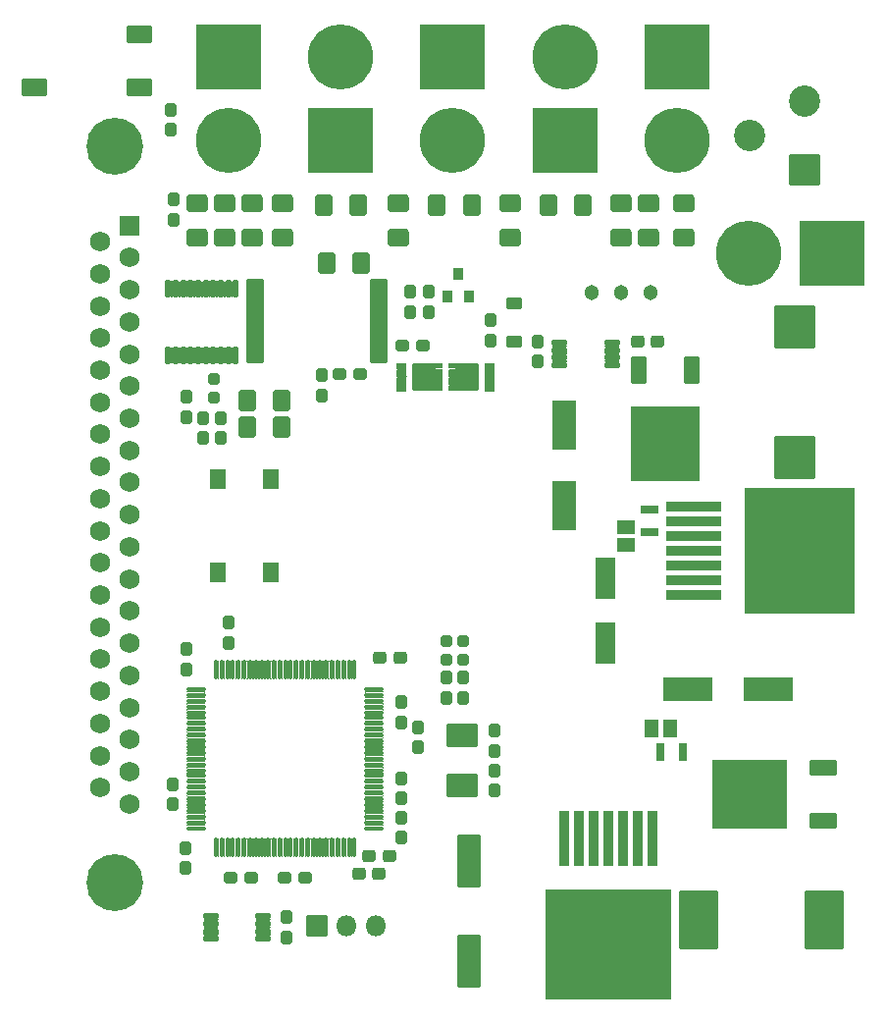
<source format=gts>
%TF.GenerationSoftware,KiCad,Pcbnew,(6.0.1)*%
%TF.CreationDate,2022-04-29T11:40:25-05:00*%
%TF.ProjectId,Power_KiCAD_Project,506f7765-725f-44b6-9943-41445f50726f,rev?*%
%TF.SameCoordinates,Original*%
%TF.FileFunction,Soldermask,Top*%
%TF.FilePolarity,Negative*%
%FSLAX46Y46*%
G04 Gerber Fmt 4.6, Leading zero omitted, Abs format (unit mm)*
G04 Created by KiCad (PCBNEW (6.0.1)) date 2022-04-29 11:40:25*
%MOMM*%
%LPD*%
G01*
G04 APERTURE LIST*
G04 Aperture macros list*
%AMRoundRect*
0 Rectangle with rounded corners*
0 $1 Rounding radius*
0 $2 $3 $4 $5 $6 $7 $8 $9 X,Y pos of 4 corners*
0 Add a 4 corners polygon primitive as box body*
4,1,4,$2,$3,$4,$5,$6,$7,$8,$9,$2,$3,0*
0 Add four circle primitives for the rounded corners*
1,1,$1+$1,$2,$3*
1,1,$1+$1,$4,$5*
1,1,$1+$1,$6,$7*
1,1,$1+$1,$8,$9*
0 Add four rect primitives between the rounded corners*
20,1,$1+$1,$2,$3,$4,$5,0*
20,1,$1+$1,$4,$5,$6,$7,0*
20,1,$1+$1,$6,$7,$8,$9,0*
20,1,$1+$1,$8,$9,$2,$3,0*%
%AMFreePoly0*
4,1,43,1.580355,1.210355,1.595000,1.175000,1.595000,0.775000,1.580355,0.739645,1.545000,0.725000,0.975000,0.725000,0.975000,0.575000,1.545000,0.575000,1.580355,0.560355,1.595000,0.525000,1.595000,0.125000,1.580355,0.089645,1.545000,0.075000,0.975000,0.075000,0.975000,-0.075000,1.545000,-0.075000,1.580355,-0.089645,1.595000,-0.125000,1.595000,-0.525000,1.580355,-0.560355,
1.545000,-0.575000,0.975000,-0.575000,0.975000,-0.725000,1.545000,-0.725000,1.580355,-0.739645,1.595000,-0.775000,1.595000,-1.175000,1.580355,-1.210355,1.545000,-1.225000,0.925000,-1.225000,0.889645,-1.210355,0.875000,-1.175000,-0.925000,-1.175000,-0.960355,-1.160355,-0.975000,-1.125000,-0.975000,1.125000,-0.960355,1.160355,-0.925000,1.175000,0.875000,1.175000,0.889645,1.210355,
0.925000,1.225000,1.545000,1.225000,1.580355,1.210355,1.580355,1.210355,$1*%
G04 Aperture macros list end*
%ADD10RoundRect,0.051000X-0.825000X0.825000X-0.825000X-0.825000X0.825000X-0.825000X0.825000X0.825000X0*%
%ADD11C,1.752000*%
%ADD12C,4.902000*%
%ADD13RoundRect,0.288500X-0.237500X0.300000X-0.237500X-0.300000X0.237500X-0.300000X0.237500X0.300000X0*%
%ADD14RoundRect,0.288500X-0.300000X-0.237500X0.300000X-0.237500X0.300000X0.237500X-0.300000X0.237500X0*%
%ADD15RoundRect,0.051000X2.075000X-0.950000X2.075000X0.950000X-2.075000X0.950000X-2.075000X-0.950000X0*%
%ADD16RoundRect,0.051000X0.510000X0.735000X-0.510000X0.735000X-0.510000X-0.735000X0.510000X-0.735000X0*%
%ADD17RoundRect,0.288500X0.237500X-0.300000X0.237500X0.300000X-0.237500X0.300000X-0.237500X-0.300000X0*%
%ADD18RoundRect,0.288500X-0.237500X0.287500X-0.237500X-0.287500X0.237500X-0.287500X0.237500X0.287500X0*%
%ADD19RoundRect,0.051000X1.100000X0.600000X-1.100000X0.600000X-1.100000X-0.600000X1.100000X-0.600000X0*%
%ADD20RoundRect,0.051000X3.200000X2.900000X-3.200000X2.900000X-3.200000X-2.900000X3.200000X-2.900000X0*%
%ADD21RoundRect,0.051000X0.600000X-0.450000X0.600000X0.450000X-0.600000X0.450000X-0.600000X-0.450000X0*%
%ADD22RoundRect,0.269750X0.256250X-0.218750X0.256250X0.218750X-0.256250X0.218750X-0.256250X-0.218750X0*%
%ADD23RoundRect,0.050000X-0.415000X-0.200000X0.415000X-0.200000X0.415000X0.200000X-0.415000X0.200000X0*%
%ADD24FreePoly0,0.000000*%
%ADD25RoundRect,0.051000X0.400000X-0.450000X0.400000X0.450000X-0.400000X0.450000X-0.400000X-0.450000X0*%
%ADD26RoundRect,0.050000X0.415000X0.200000X-0.415000X0.200000X-0.415000X-0.200000X0.415000X-0.200000X0*%
%ADD27FreePoly0,180.000000*%
%ADD28RoundRect,0.288500X-0.287500X-0.237500X0.287500X-0.237500X0.287500X0.237500X-0.287500X0.237500X0*%
%ADD29RoundRect,0.051000X-0.400000X2.300000X-0.400000X-2.300000X0.400000X-2.300000X0.400000X2.300000X0*%
%ADD30RoundRect,0.051000X-5.400000X4.700000X-5.400000X-4.700000X5.400000X-4.700000X5.400000X4.700000X0*%
%ADD31RoundRect,0.126000X0.725000X0.075000X-0.725000X0.075000X-0.725000X-0.075000X0.725000X-0.075000X0*%
%ADD32RoundRect,0.126000X0.075000X0.725000X-0.075000X0.725000X-0.075000X-0.725000X0.075000X-0.725000X0*%
%ADD33RoundRect,0.288500X0.237500X-0.287500X0.237500X0.287500X-0.237500X0.287500X-0.237500X-0.287500X0*%
%ADD34RoundRect,0.051000X-2.758000X2.758000X-2.758000X-2.758000X2.758000X-2.758000X2.758000X2.758000X0*%
%ADD35C,5.618000*%
%ADD36RoundRect,0.301001X-0.624999X0.462499X-0.624999X-0.462499X0.624999X-0.462499X0.624999X0.462499X0*%
%ADD37C,1.302000*%
%ADD38RoundRect,0.301001X0.624999X-0.462499X0.624999X0.462499X-0.624999X0.462499X-0.624999X-0.462499X0*%
%ADD39RoundRect,0.051000X1.300000X1.300000X-1.300000X1.300000X-1.300000X-1.300000X1.300000X-1.300000X0*%
%ADD40C,2.702000*%
%ADD41RoundRect,0.301001X0.462499X0.624999X-0.462499X0.624999X-0.462499X-0.624999X0.462499X-0.624999X0*%
%ADD42RoundRect,0.051000X2.758000X-2.758000X2.758000X2.758000X-2.758000X2.758000X-2.758000X-2.758000X0*%
%ADD43RoundRect,0.288500X0.287500X0.237500X-0.287500X0.237500X-0.287500X-0.237500X0.287500X-0.237500X0*%
%ADD44RoundRect,0.151000X0.100000X-0.637500X0.100000X0.637500X-0.100000X0.637500X-0.100000X-0.637500X0*%
%ADD45RoundRect,0.301001X-0.462499X-0.624999X0.462499X-0.624999X0.462499X0.624999X-0.462499X0.624999X0*%
%ADD46RoundRect,0.051000X-0.950000X-2.200000X0.950000X-2.200000X0.950000X2.200000X-0.950000X2.200000X0*%
%ADD47RoundRect,0.051000X2.758000X2.758000X-2.758000X2.758000X-2.758000X-2.758000X2.758000X-2.758000X0*%
%ADD48RoundRect,0.051000X0.950000X2.075000X-0.950000X2.075000X-0.950000X-2.075000X0.950000X-2.075000X0*%
%ADD49RoundRect,0.051000X-0.310000X-0.735000X0.310000X-0.735000X0.310000X0.735000X-0.310000X0.735000X0*%
%ADD50RoundRect,0.051000X-0.600000X1.100000X-0.600000X-1.100000X0.600000X-1.100000X0.600000X1.100000X0*%
%ADD51RoundRect,0.051000X-2.900000X3.200000X-2.900000X-3.200000X2.900000X-3.200000X2.900000X3.200000X0*%
%ADD52RoundRect,0.051000X0.800000X1.750000X-0.800000X1.750000X-0.800000X-1.750000X0.800000X-1.750000X0*%
%ADD53RoundRect,0.051000X-0.735000X0.510000X-0.735000X-0.510000X0.735000X-0.510000X0.735000X0.510000X0*%
%ADD54RoundRect,0.051000X0.735000X-0.310000X0.735000X0.310000X-0.735000X0.310000X-0.735000X-0.310000X0*%
%ADD55RoundRect,0.051000X-1.700000X-1.800000X1.700000X-1.800000X1.700000X1.800000X-1.700000X1.800000X0*%
%ADD56RoundRect,0.051000X-2.300000X-0.400000X2.300000X-0.400000X2.300000X0.400000X-2.300000X0.400000X0*%
%ADD57RoundRect,0.051000X-4.700000X-5.400000X4.700000X-5.400000X4.700000X5.400000X-4.700000X5.400000X0*%
%ADD58RoundRect,0.051000X-0.622300X-0.177800X0.622300X-0.177800X0.622300X0.177800X-0.622300X0.177800X0*%
%ADD59RoundRect,0.051000X0.850000X-0.850000X0.850000X0.850000X-0.850000X0.850000X-0.850000X-0.850000X0*%
%ADD60O,1.802000X1.802000*%
%ADD61RoundRect,0.051000X0.650000X-0.775000X0.650000X0.775000X-0.650000X0.775000X-0.650000X-0.775000X0*%
%ADD62RoundRect,0.051000X1.300000X-0.950000X1.300000X0.950000X-1.300000X0.950000X-1.300000X-0.950000X0*%
%ADD63RoundRect,0.051000X-0.711200X-3.556000X0.711200X-3.556000X0.711200X3.556000X-0.711200X3.556000X0*%
%ADD64RoundRect,0.051000X1.612900X-2.476500X1.612900X2.476500X-1.612900X2.476500X-1.612900X-2.476500X0*%
%ADD65RoundRect,0.051000X-1.050000X0.700000X-1.050000X-0.700000X1.050000X-0.700000X1.050000X0.700000X0*%
G04 APERTURE END LIST*
D10*
%TO.C,J8*%
X93000000Y-73650000D03*
D11*
X93000000Y-76420000D03*
X93000000Y-79190000D03*
X93000000Y-81960000D03*
X93000000Y-84730000D03*
X93000000Y-87500000D03*
X93000000Y-90270000D03*
X93000000Y-93040000D03*
X93000000Y-95810000D03*
X93000000Y-98580000D03*
X93000000Y-101350000D03*
X93000000Y-104120000D03*
X93000000Y-106890000D03*
X93000000Y-109660000D03*
X93000000Y-112430000D03*
X93000000Y-115200000D03*
X93000000Y-117970000D03*
X93000000Y-120740000D03*
X93000000Y-123510000D03*
X90460000Y-75035000D03*
X90460000Y-77805000D03*
X90460000Y-80575000D03*
X90460000Y-83345000D03*
X90460000Y-86115000D03*
X90460000Y-88885000D03*
X90460000Y-91655000D03*
X90460000Y-94425000D03*
X90460000Y-97195000D03*
X90460000Y-99965000D03*
X90460000Y-102735000D03*
X90460000Y-105505000D03*
X90460000Y-108275000D03*
X90460000Y-111045000D03*
X90460000Y-113815000D03*
X90460000Y-116585000D03*
X90460000Y-119355000D03*
X90460000Y-122125000D03*
D12*
X91730000Y-66830000D03*
X91730000Y-130330000D03*
%TD*%
D13*
%TO.C,C1*%
X106505000Y-133307500D03*
X106505000Y-135032500D03*
%TD*%
D14*
%TO.C,C2*%
X136800000Y-83625000D03*
X138525000Y-83625000D03*
%TD*%
D15*
%TO.C,C3*%
X141150000Y-113625000D03*
X148100000Y-113625000D03*
%TD*%
D16*
%TO.C,C5*%
X139625000Y-117025000D03*
X138025000Y-117025000D03*
%TD*%
D17*
%TO.C,C17*%
X99320000Y-91967500D03*
X99320000Y-90242500D03*
%TD*%
D18*
%TO.C,C18*%
X118785000Y-79345000D03*
X118785000Y-81095000D03*
%TD*%
D17*
%TO.C,C23*%
X97850000Y-90160000D03*
X97850000Y-88435000D03*
%TD*%
D14*
%TO.C,C26*%
X113660001Y-128055000D03*
X115385001Y-128055000D03*
%TD*%
D17*
%TO.C,C28*%
X97900000Y-111924999D03*
X97900000Y-110199999D03*
%TD*%
D13*
%TO.C,C30*%
X116400000Y-124725000D03*
X116400000Y-126450000D03*
%TD*%
D14*
%TO.C,C33*%
X112780000Y-129575000D03*
X114505000Y-129575000D03*
%TD*%
D13*
%TO.C,C35*%
X116400000Y-114762500D03*
X116400000Y-116487500D03*
%TD*%
D19*
%TO.C,D1*%
X152800000Y-124980000D03*
D20*
X146500000Y-122700000D03*
D19*
X152800000Y-120420000D03*
%TD*%
D21*
%TO.C,D4*%
X126200000Y-83625000D03*
X126200000Y-80325000D03*
%TD*%
D22*
%TO.C,D5*%
X121800000Y-111100001D03*
X121800000Y-109525001D03*
%TD*%
%TO.C,D6*%
X120300000Y-111100001D03*
X120300000Y-109525001D03*
%TD*%
D23*
%TO.C,Q1*%
X116465001Y-85750000D03*
X116465001Y-86400000D03*
X116465001Y-87050000D03*
X116465001Y-87700000D03*
D24*
X118405001Y-86725000D03*
%TD*%
D25*
%TO.C,Q2*%
X120390000Y-79785000D03*
X122290000Y-79785000D03*
X121340000Y-77785000D03*
%TD*%
D26*
%TO.C,Q3*%
X124035000Y-87699999D03*
X124035000Y-87049999D03*
X124035000Y-86399999D03*
X124035000Y-85749999D03*
D27*
X122095000Y-86724999D03*
%TD*%
D18*
%TO.C,R8*%
X117185000Y-79345000D03*
X117185000Y-81095000D03*
%TD*%
%TO.C,R16*%
X121800000Y-112625000D03*
X121800000Y-114375000D03*
%TD*%
%TO.C,R17*%
X120300000Y-112625000D03*
X120300000Y-114375000D03*
%TD*%
D28*
%TO.C,R18*%
X101725000Y-129925000D03*
X103475000Y-129925000D03*
%TD*%
D29*
%TO.C,U3*%
X138060000Y-126500000D03*
X136790000Y-126500000D03*
X135520000Y-126500000D03*
X134250000Y-126500000D03*
X132980000Y-126500000D03*
X131710000Y-126500000D03*
X130440000Y-126500000D03*
D30*
X134250000Y-135650000D03*
%TD*%
D31*
%TO.C,U6*%
X114075000Y-125625000D03*
X114075000Y-125125000D03*
X114075000Y-124625000D03*
X114075000Y-124125000D03*
X114075000Y-123625000D03*
X114075000Y-123125000D03*
X114075000Y-122625000D03*
X114075000Y-122125000D03*
X114075000Y-121625000D03*
X114075000Y-121125000D03*
X114075000Y-120625000D03*
X114075000Y-120125000D03*
X114075000Y-119625000D03*
X114075000Y-119125000D03*
X114075000Y-118625000D03*
X114075000Y-118125000D03*
X114075000Y-117625000D03*
X114075000Y-117125000D03*
X114075000Y-116625000D03*
X114075000Y-116125000D03*
X114075000Y-115625000D03*
X114075000Y-115125000D03*
X114075000Y-114625000D03*
X114075000Y-114125000D03*
X114075000Y-113625000D03*
D32*
X112400000Y-111950000D03*
X111900000Y-111950000D03*
X111400000Y-111950000D03*
X110900000Y-111950000D03*
X110400000Y-111950000D03*
X109900000Y-111950000D03*
X109400000Y-111950000D03*
X108900000Y-111950000D03*
X108400000Y-111950000D03*
X107900000Y-111950000D03*
X107400000Y-111950000D03*
X106900000Y-111950000D03*
X106400000Y-111950000D03*
X105900000Y-111950000D03*
X105400000Y-111950000D03*
X104900000Y-111950000D03*
X104400000Y-111950000D03*
X103900000Y-111950000D03*
X103400000Y-111950000D03*
X102900000Y-111950000D03*
X102400000Y-111950000D03*
X101900000Y-111950000D03*
X101400000Y-111950000D03*
X100900000Y-111950000D03*
X100400000Y-111950000D03*
D31*
X98725000Y-113625000D03*
X98725000Y-114125000D03*
X98725000Y-114625000D03*
X98725000Y-115125000D03*
X98725000Y-115625000D03*
X98725000Y-116125000D03*
X98725000Y-116625000D03*
X98725000Y-117125000D03*
X98725000Y-117625000D03*
X98725000Y-118125000D03*
X98725000Y-118625000D03*
X98725000Y-119125000D03*
X98725000Y-119625000D03*
X98725000Y-120125000D03*
X98725000Y-120625000D03*
X98725000Y-121125000D03*
X98725000Y-121625000D03*
X98725000Y-122125000D03*
X98725000Y-122625000D03*
X98725000Y-123125000D03*
X98725000Y-123625000D03*
X98725000Y-124125000D03*
X98725000Y-124625000D03*
X98725000Y-125125000D03*
X98725000Y-125625000D03*
D32*
X100400000Y-127300000D03*
X100900000Y-127300000D03*
X101400000Y-127300000D03*
X101900000Y-127300000D03*
X102400000Y-127300000D03*
X102900000Y-127300000D03*
X103400000Y-127300000D03*
X103900000Y-127300000D03*
X104400000Y-127300000D03*
X104900000Y-127300000D03*
X105400000Y-127300000D03*
X105900000Y-127300000D03*
X106400000Y-127300000D03*
X106900000Y-127300000D03*
X107400000Y-127300000D03*
X107900000Y-127300000D03*
X108400000Y-127300000D03*
X108900000Y-127300000D03*
X109400000Y-127300000D03*
X109900000Y-127300000D03*
X110400000Y-127300000D03*
X110900000Y-127300000D03*
X111400000Y-127300000D03*
X111900000Y-127300000D03*
X112400000Y-127300000D03*
%TD*%
D18*
%TO.C,R7*%
X100830000Y-90230000D03*
X100830000Y-91980000D03*
%TD*%
D33*
%TO.C,C21*%
X109540000Y-88275000D03*
X109540000Y-86525000D03*
%TD*%
D28*
%TO.C,R11*%
X111110000Y-86485000D03*
X112860000Y-86485000D03*
%TD*%
D34*
%TO.C,J4*%
X120850000Y-59125000D03*
D35*
X120850000Y-66325000D03*
%TD*%
D34*
%TO.C,J2*%
X140200000Y-59125000D03*
D35*
X140200000Y-66325000D03*
%TD*%
D34*
%TO.C,J6*%
X101500000Y-59125000D03*
D35*
X101500000Y-66325000D03*
%TD*%
D36*
%TO.C,R3*%
X125800000Y-71725000D03*
X125800000Y-74700000D03*
%TD*%
D37*
%TO.C,RV1*%
X132860000Y-79425000D03*
X135400000Y-79425000D03*
X137940000Y-79425000D03*
%TD*%
D36*
%TO.C,R5*%
X106200000Y-71725000D03*
X106200000Y-74700000D03*
%TD*%
D38*
%TO.C,R1*%
X140800000Y-74700000D03*
X140800000Y-71725000D03*
%TD*%
D36*
%TO.C,R2*%
X135400000Y-71725000D03*
X135400000Y-74700000D03*
%TD*%
%TO.C,R4*%
X116200000Y-71725000D03*
X116200000Y-74700000D03*
%TD*%
D39*
%TO.C,J1*%
X151200000Y-68875000D03*
D40*
X151200000Y-62875000D03*
X146500000Y-65875000D03*
%TD*%
D36*
%TO.C,C16*%
X98800000Y-71750000D03*
X98800000Y-74725000D03*
%TD*%
D38*
%TO.C,C15*%
X103600000Y-74725000D03*
X103600000Y-71750000D03*
%TD*%
D41*
%TO.C,C14*%
X112687500Y-71925000D03*
X109712500Y-71925000D03*
%TD*%
%TO.C,C13*%
X122487500Y-71925000D03*
X119512500Y-71925000D03*
%TD*%
%TO.C,C12*%
X132087500Y-71925000D03*
X129112500Y-71925000D03*
%TD*%
D36*
%TO.C,C11*%
X137800000Y-71725000D03*
X137800000Y-74700000D03*
%TD*%
D42*
%TO.C,J5*%
X111175000Y-66325000D03*
D35*
X111175000Y-59125000D03*
%TD*%
D42*
%TO.C,J3*%
X130525000Y-66325000D03*
D35*
X130525000Y-59125000D03*
%TD*%
D13*
%TO.C,C27*%
X97800000Y-127325000D03*
X97800000Y-129050000D03*
%TD*%
D43*
%TO.C,R12*%
X118249999Y-84025000D03*
X116499999Y-84025000D03*
%TD*%
D17*
%TO.C,C36*%
X117890000Y-118624999D03*
X117890000Y-116899999D03*
%TD*%
D13*
%TO.C,C32*%
X116400000Y-121325000D03*
X116400000Y-123050000D03*
%TD*%
D17*
%TO.C,C34*%
X101500000Y-109624999D03*
X101500000Y-107899999D03*
%TD*%
D41*
%TO.C,R9*%
X106087500Y-88735000D03*
X103112500Y-88735000D03*
%TD*%
D43*
%TO.C,R19*%
X108100001Y-129925000D03*
X106350001Y-129925000D03*
%TD*%
D33*
%TO.C,R13*%
X124100000Y-83575000D03*
X124100000Y-81825000D03*
%TD*%
D17*
%TO.C,C31*%
X96700000Y-123534999D03*
X96700000Y-121809999D03*
%TD*%
D18*
%TO.C,C20*%
X96800000Y-71380000D03*
X96800000Y-73130000D03*
%TD*%
D44*
%TO.C,U5*%
X96300000Y-84850000D03*
X96950000Y-84850000D03*
X97600000Y-84850000D03*
X98250000Y-84850000D03*
X98900000Y-84850000D03*
X99550000Y-84850000D03*
X100200000Y-84850000D03*
X100850000Y-84850000D03*
X101500000Y-84850000D03*
X102150000Y-84850000D03*
X102150000Y-79125000D03*
X101500000Y-79125000D03*
X100850000Y-79125000D03*
X100200000Y-79125000D03*
X99550000Y-79125000D03*
X98900000Y-79125000D03*
X98250000Y-79125000D03*
X97600000Y-79125000D03*
X96950000Y-79125000D03*
X96300000Y-79125000D03*
%TD*%
D45*
%TO.C,C22*%
X110002500Y-76905000D03*
X112977500Y-76905000D03*
%TD*%
D41*
%TO.C,C19*%
X106087500Y-91035000D03*
X103112500Y-91035000D03*
%TD*%
D22*
%TO.C,D3*%
X100280000Y-88482500D03*
X100280000Y-86907500D03*
%TD*%
D18*
%TO.C,R15*%
X128200000Y-83625000D03*
X128200000Y-85375000D03*
%TD*%
D33*
%TO.C,R14*%
X96510000Y-65410000D03*
X96510000Y-63660000D03*
%TD*%
D14*
%TO.C,C29*%
X114600000Y-110925000D03*
X116325000Y-110925000D03*
%TD*%
D46*
%TO.C,C10*%
X122250000Y-137125000D03*
X122250000Y-128425000D03*
%TD*%
D36*
%TO.C,R6*%
X101200000Y-71750000D03*
X101200000Y-74725000D03*
%TD*%
D47*
%TO.C,J7*%
X153600000Y-76025000D03*
D35*
X146400000Y-76025000D03*
%TD*%
D48*
%TO.C,C4*%
X130500000Y-97825000D03*
X130500000Y-90875000D03*
%TD*%
D49*
%TO.C,C7*%
X138750001Y-119025000D03*
X140750001Y-119025000D03*
%TD*%
D50*
%TO.C,D2*%
X141480000Y-86125000D03*
D51*
X139200000Y-92425000D03*
D50*
X136920000Y-86125000D03*
%TD*%
D52*
%TO.C,C9*%
X134000000Y-104025000D03*
X134000000Y-109625000D03*
%TD*%
D53*
%TO.C,C6*%
X135800000Y-99625000D03*
X135800000Y-101225000D03*
%TD*%
D54*
%TO.C,C8*%
X137825000Y-100125000D03*
X137825000Y-98125000D03*
%TD*%
D55*
%TO.C,L2*%
X150400000Y-82375000D03*
X150400000Y-93675000D03*
%TD*%
D56*
%TO.C,U4*%
X141625000Y-97855000D03*
X141625000Y-99125000D03*
X141625000Y-100395000D03*
X141625000Y-101665000D03*
X141625000Y-102935000D03*
X141625000Y-104205000D03*
X141625000Y-105475000D03*
D57*
X150775000Y-101665000D03*
%TD*%
D13*
%TO.C,C25*%
X124474470Y-117220838D03*
X124474470Y-118945838D03*
%TD*%
D58*
%TO.C,U1*%
X130095000Y-83752501D03*
X130095000Y-84402499D03*
X130095000Y-85052501D03*
X130095000Y-85702499D03*
X134616200Y-85702499D03*
X134616200Y-85052501D03*
X134616200Y-84402499D03*
X134616200Y-83752501D03*
%TD*%
D59*
%TO.C,JP1*%
X109160000Y-134015000D03*
D60*
X111700000Y-134015000D03*
X114240000Y-134015000D03*
%TD*%
D61*
%TO.C,SW1*%
X100630000Y-103515000D03*
X100630000Y-95555000D03*
X105130000Y-103515000D03*
X105130000Y-95555000D03*
%TD*%
D62*
%TO.C,Y1*%
X121663721Y-121939861D03*
X121663721Y-117639861D03*
%TD*%
D58*
%TO.C,U2*%
X100005000Y-133220000D03*
X100005000Y-133869998D03*
X100005000Y-134520000D03*
X100005000Y-135169998D03*
X104526200Y-135169998D03*
X104526200Y-134520000D03*
X104526200Y-133869998D03*
X104526200Y-133220000D03*
%TD*%
D17*
%TO.C,C24*%
X124474470Y-122347361D03*
X124474470Y-120622361D03*
%TD*%
D63*
%TO.C,R10*%
X103776000Y-81885000D03*
X114444000Y-81885000D03*
%TD*%
D64*
%TO.C,L1*%
X142102500Y-133525000D03*
X152897500Y-133525000D03*
%TD*%
D65*
%TO.C,IC1*%
X93820000Y-61700000D03*
X84720000Y-61700000D03*
X93820000Y-57200000D03*
%TD*%
G36*
X100646188Y-134744023D02*
G01*
X100646578Y-134745985D01*
X100646219Y-134746625D01*
X100605003Y-134795945D01*
X100596372Y-134864660D01*
X100626335Y-134927289D01*
X100644228Y-134942792D01*
X100644882Y-134944682D01*
X100643572Y-134946194D01*
X100642528Y-134946266D01*
X100627101Y-134943198D01*
X99382899Y-134943198D01*
X99365706Y-134946618D01*
X99363812Y-134945975D01*
X99363422Y-134944013D01*
X99363781Y-134943373D01*
X99404997Y-134894053D01*
X99413628Y-134825338D01*
X99383665Y-134762709D01*
X99365772Y-134747206D01*
X99365118Y-134745316D01*
X99366428Y-134743804D01*
X99367472Y-134743732D01*
X99382899Y-134746800D01*
X100627101Y-134746800D01*
X100644294Y-134743380D01*
X100646188Y-134744023D01*
G37*
G36*
X105167388Y-134744023D02*
G01*
X105167778Y-134745985D01*
X105167419Y-134746625D01*
X105126203Y-134795945D01*
X105117572Y-134864660D01*
X105147535Y-134927289D01*
X105165428Y-134942792D01*
X105166082Y-134944682D01*
X105164772Y-134946194D01*
X105163728Y-134946266D01*
X105148301Y-134943198D01*
X103904099Y-134943198D01*
X103886906Y-134946618D01*
X103885012Y-134945975D01*
X103884622Y-134944013D01*
X103884981Y-134943373D01*
X103926197Y-134894053D01*
X103934828Y-134825338D01*
X103904865Y-134762709D01*
X103886972Y-134747206D01*
X103886318Y-134745316D01*
X103887628Y-134743804D01*
X103888672Y-134743732D01*
X103904099Y-134746800D01*
X105148301Y-134746800D01*
X105165494Y-134743380D01*
X105167388Y-134744023D01*
G37*
G36*
X100646187Y-134094022D02*
G01*
X100646577Y-134095984D01*
X100646218Y-134096624D01*
X100605000Y-134145945D01*
X100596369Y-134214660D01*
X100626332Y-134277289D01*
X100644227Y-134292794D01*
X100644881Y-134294684D01*
X100643571Y-134296196D01*
X100642527Y-134296268D01*
X100627101Y-134293200D01*
X99382899Y-134293200D01*
X99365707Y-134296619D01*
X99363813Y-134295976D01*
X99363423Y-134294014D01*
X99363782Y-134293374D01*
X99405000Y-134244053D01*
X99413631Y-134175338D01*
X99383668Y-134112709D01*
X99365773Y-134097204D01*
X99365119Y-134095314D01*
X99366429Y-134093802D01*
X99367473Y-134093730D01*
X99382899Y-134096798D01*
X100627101Y-134096798D01*
X100644293Y-134093379D01*
X100646187Y-134094022D01*
G37*
G36*
X105167387Y-134094022D02*
G01*
X105167777Y-134095984D01*
X105167418Y-134096624D01*
X105126200Y-134145945D01*
X105117569Y-134214660D01*
X105147532Y-134277289D01*
X105165427Y-134292794D01*
X105166081Y-134294684D01*
X105164771Y-134296196D01*
X105163727Y-134296268D01*
X105148301Y-134293200D01*
X103904099Y-134293200D01*
X103886907Y-134296619D01*
X103885013Y-134295976D01*
X103884623Y-134294014D01*
X103884982Y-134293374D01*
X103926200Y-134244053D01*
X103934831Y-134175338D01*
X103904868Y-134112709D01*
X103886973Y-134097204D01*
X103886319Y-134095314D01*
X103887629Y-134093802D01*
X103888673Y-134093730D01*
X103904099Y-134096798D01*
X105148301Y-134096798D01*
X105165493Y-134093379D01*
X105167387Y-134094022D01*
G37*
G36*
X105167388Y-133444023D02*
G01*
X105167778Y-133445985D01*
X105167419Y-133446625D01*
X105126203Y-133495945D01*
X105117572Y-133564660D01*
X105147535Y-133627289D01*
X105165428Y-133642792D01*
X105166082Y-133644682D01*
X105164772Y-133646194D01*
X105163728Y-133646266D01*
X105148301Y-133643198D01*
X103904099Y-133643198D01*
X103886906Y-133646618D01*
X103885012Y-133645975D01*
X103884622Y-133644013D01*
X103884981Y-133643373D01*
X103926197Y-133594053D01*
X103934828Y-133525338D01*
X103904865Y-133462709D01*
X103886972Y-133447206D01*
X103886318Y-133445316D01*
X103887628Y-133443804D01*
X103888672Y-133443732D01*
X103904099Y-133446800D01*
X105148301Y-133446800D01*
X105165494Y-133443380D01*
X105167388Y-133444023D01*
G37*
G36*
X100646188Y-133444023D02*
G01*
X100646578Y-133445985D01*
X100646219Y-133446625D01*
X100605003Y-133495945D01*
X100596372Y-133564660D01*
X100626335Y-133627289D01*
X100644228Y-133642792D01*
X100644882Y-133644682D01*
X100643572Y-133646194D01*
X100642528Y-133646266D01*
X100627101Y-133643198D01*
X99382899Y-133643198D01*
X99365706Y-133646618D01*
X99363812Y-133645975D01*
X99363422Y-133644013D01*
X99363781Y-133643373D01*
X99404997Y-133594053D01*
X99413628Y-133525338D01*
X99383665Y-133462709D01*
X99365772Y-133447206D01*
X99365118Y-133445316D01*
X99366428Y-133443804D01*
X99367472Y-133443732D01*
X99382899Y-133446800D01*
X100627101Y-133446800D01*
X100644294Y-133443380D01*
X100646188Y-133444023D01*
G37*
G36*
X105568693Y-126489460D02*
G01*
X105581425Y-126497967D01*
X105647789Y-126518747D01*
X105718589Y-126497958D01*
X105731307Y-126489460D01*
X105733303Y-126489329D01*
X105734414Y-126490992D01*
X105734081Y-126492234D01*
X105710476Y-126527561D01*
X105701000Y-126575199D01*
X105701000Y-128024801D01*
X105710476Y-128072439D01*
X105734081Y-128107766D01*
X105734212Y-128109762D01*
X105732549Y-128110873D01*
X105731307Y-128110540D01*
X105718575Y-128102033D01*
X105652211Y-128081253D01*
X105581411Y-128102042D01*
X105568693Y-128110540D01*
X105566697Y-128110671D01*
X105565586Y-128109008D01*
X105565919Y-128107766D01*
X105589524Y-128072439D01*
X105599000Y-128024801D01*
X105599000Y-126575199D01*
X105589524Y-126527561D01*
X105565919Y-126492234D01*
X105565788Y-126490238D01*
X105567451Y-126489127D01*
X105568693Y-126489460D01*
G37*
G36*
X112068693Y-126489460D02*
G01*
X112081425Y-126497967D01*
X112147789Y-126518747D01*
X112218589Y-126497958D01*
X112231307Y-126489460D01*
X112233303Y-126489329D01*
X112234414Y-126490992D01*
X112234081Y-126492234D01*
X112210476Y-126527561D01*
X112201000Y-126575199D01*
X112201000Y-128024801D01*
X112210476Y-128072439D01*
X112234081Y-128107766D01*
X112234212Y-128109762D01*
X112232549Y-128110873D01*
X112231307Y-128110540D01*
X112218575Y-128102033D01*
X112152211Y-128081253D01*
X112081411Y-128102042D01*
X112068693Y-128110540D01*
X112066697Y-128110671D01*
X112065586Y-128109008D01*
X112065919Y-128107766D01*
X112089524Y-128072439D01*
X112099000Y-128024801D01*
X112099000Y-126575199D01*
X112089524Y-126527561D01*
X112065919Y-126492234D01*
X112065788Y-126490238D01*
X112067451Y-126489127D01*
X112068693Y-126489460D01*
G37*
G36*
X111568693Y-126489460D02*
G01*
X111581425Y-126497967D01*
X111647789Y-126518747D01*
X111718589Y-126497958D01*
X111731307Y-126489460D01*
X111733303Y-126489329D01*
X111734414Y-126490992D01*
X111734081Y-126492234D01*
X111710476Y-126527561D01*
X111701000Y-126575199D01*
X111701000Y-128024801D01*
X111710476Y-128072439D01*
X111734081Y-128107766D01*
X111734212Y-128109762D01*
X111732549Y-128110873D01*
X111731307Y-128110540D01*
X111718575Y-128102033D01*
X111652211Y-128081253D01*
X111581411Y-128102042D01*
X111568693Y-128110540D01*
X111566697Y-128110671D01*
X111565586Y-128109008D01*
X111565919Y-128107766D01*
X111589524Y-128072439D01*
X111599000Y-128024801D01*
X111599000Y-126575199D01*
X111589524Y-126527561D01*
X111565919Y-126492234D01*
X111565788Y-126490238D01*
X111567451Y-126489127D01*
X111568693Y-126489460D01*
G37*
G36*
X110068693Y-126489460D02*
G01*
X110081425Y-126497967D01*
X110147789Y-126518747D01*
X110218589Y-126497958D01*
X110231307Y-126489460D01*
X110233303Y-126489329D01*
X110234414Y-126490992D01*
X110234081Y-126492234D01*
X110210476Y-126527561D01*
X110201000Y-126575199D01*
X110201000Y-128024801D01*
X110210476Y-128072439D01*
X110234081Y-128107766D01*
X110234212Y-128109762D01*
X110232549Y-128110873D01*
X110231307Y-128110540D01*
X110218575Y-128102033D01*
X110152211Y-128081253D01*
X110081411Y-128102042D01*
X110068693Y-128110540D01*
X110066697Y-128110671D01*
X110065586Y-128109008D01*
X110065919Y-128107766D01*
X110089524Y-128072439D01*
X110099000Y-128024801D01*
X110099000Y-126575199D01*
X110089524Y-126527561D01*
X110065919Y-126492234D01*
X110065788Y-126490238D01*
X110067451Y-126489127D01*
X110068693Y-126489460D01*
G37*
G36*
X100568693Y-126489460D02*
G01*
X100581425Y-126497967D01*
X100647789Y-126518747D01*
X100718589Y-126497958D01*
X100731307Y-126489460D01*
X100733303Y-126489329D01*
X100734414Y-126490992D01*
X100734081Y-126492234D01*
X100710476Y-126527561D01*
X100701000Y-126575199D01*
X100701000Y-128024801D01*
X100710476Y-128072439D01*
X100734081Y-128107766D01*
X100734212Y-128109762D01*
X100732549Y-128110873D01*
X100731307Y-128110540D01*
X100718575Y-128102033D01*
X100652211Y-128081253D01*
X100581411Y-128102042D01*
X100568693Y-128110540D01*
X100566697Y-128110671D01*
X100565586Y-128109008D01*
X100565919Y-128107766D01*
X100589524Y-128072439D01*
X100599000Y-128024801D01*
X100599000Y-126575199D01*
X100589524Y-126527561D01*
X100565919Y-126492234D01*
X100565788Y-126490238D01*
X100567451Y-126489127D01*
X100568693Y-126489460D01*
G37*
G36*
X111068693Y-126489460D02*
G01*
X111081425Y-126497967D01*
X111147789Y-126518747D01*
X111218589Y-126497958D01*
X111231307Y-126489460D01*
X111233303Y-126489329D01*
X111234414Y-126490992D01*
X111234081Y-126492234D01*
X111210476Y-126527561D01*
X111201000Y-126575199D01*
X111201000Y-128024801D01*
X111210476Y-128072439D01*
X111234081Y-128107766D01*
X111234212Y-128109762D01*
X111232549Y-128110873D01*
X111231307Y-128110540D01*
X111218575Y-128102033D01*
X111152211Y-128081253D01*
X111081411Y-128102042D01*
X111068693Y-128110540D01*
X111066697Y-128110671D01*
X111065586Y-128109008D01*
X111065919Y-128107766D01*
X111089524Y-128072439D01*
X111099000Y-128024801D01*
X111099000Y-126575199D01*
X111089524Y-126527561D01*
X111065919Y-126492234D01*
X111065788Y-126490238D01*
X111067451Y-126489127D01*
X111068693Y-126489460D01*
G37*
G36*
X101568693Y-126489460D02*
G01*
X101581425Y-126497967D01*
X101647789Y-126518747D01*
X101718589Y-126497958D01*
X101731307Y-126489460D01*
X101733303Y-126489329D01*
X101734414Y-126490992D01*
X101734081Y-126492234D01*
X101710476Y-126527561D01*
X101701000Y-126575199D01*
X101701000Y-128024801D01*
X101710476Y-128072439D01*
X101734081Y-128107766D01*
X101734212Y-128109762D01*
X101732549Y-128110873D01*
X101731307Y-128110540D01*
X101718575Y-128102033D01*
X101652211Y-128081253D01*
X101581411Y-128102042D01*
X101568693Y-128110540D01*
X101566697Y-128110671D01*
X101565586Y-128109008D01*
X101565919Y-128107766D01*
X101589524Y-128072439D01*
X101599000Y-128024801D01*
X101599000Y-126575199D01*
X101589524Y-126527561D01*
X101565919Y-126492234D01*
X101565788Y-126490238D01*
X101567451Y-126489127D01*
X101568693Y-126489460D01*
G37*
G36*
X104568693Y-126489460D02*
G01*
X104581425Y-126497967D01*
X104647789Y-126518747D01*
X104718589Y-126497958D01*
X104731307Y-126489460D01*
X104733303Y-126489329D01*
X104734414Y-126490992D01*
X104734081Y-126492234D01*
X104710476Y-126527561D01*
X104701000Y-126575199D01*
X104701000Y-128024801D01*
X104710476Y-128072439D01*
X104734081Y-128107766D01*
X104734212Y-128109762D01*
X104732549Y-128110873D01*
X104731307Y-128110540D01*
X104718575Y-128102033D01*
X104652211Y-128081253D01*
X104581411Y-128102042D01*
X104568693Y-128110540D01*
X104566697Y-128110671D01*
X104565586Y-128109008D01*
X104565919Y-128107766D01*
X104589524Y-128072439D01*
X104599000Y-128024801D01*
X104599000Y-126575199D01*
X104589524Y-126527561D01*
X104565919Y-126492234D01*
X104565788Y-126490238D01*
X104567451Y-126489127D01*
X104568693Y-126489460D01*
G37*
G36*
X104068693Y-126489460D02*
G01*
X104081425Y-126497967D01*
X104147789Y-126518747D01*
X104218589Y-126497958D01*
X104231307Y-126489460D01*
X104233303Y-126489329D01*
X104234414Y-126490992D01*
X104234081Y-126492234D01*
X104210476Y-126527561D01*
X104201000Y-126575199D01*
X104201000Y-128024801D01*
X104210476Y-128072439D01*
X104234081Y-128107766D01*
X104234212Y-128109762D01*
X104232549Y-128110873D01*
X104231307Y-128110540D01*
X104218575Y-128102033D01*
X104152211Y-128081253D01*
X104081411Y-128102042D01*
X104068693Y-128110540D01*
X104066697Y-128110671D01*
X104065586Y-128109008D01*
X104065919Y-128107766D01*
X104089524Y-128072439D01*
X104099000Y-128024801D01*
X104099000Y-126575199D01*
X104089524Y-126527561D01*
X104065919Y-126492234D01*
X104065788Y-126490238D01*
X104067451Y-126489127D01*
X104068693Y-126489460D01*
G37*
G36*
X108568693Y-126489460D02*
G01*
X108581425Y-126497967D01*
X108647789Y-126518747D01*
X108718589Y-126497958D01*
X108731307Y-126489460D01*
X108733303Y-126489329D01*
X108734414Y-126490992D01*
X108734081Y-126492234D01*
X108710476Y-126527561D01*
X108701000Y-126575199D01*
X108701000Y-128024801D01*
X108710476Y-128072439D01*
X108734081Y-128107766D01*
X108734212Y-128109762D01*
X108732549Y-128110873D01*
X108731307Y-128110540D01*
X108718575Y-128102033D01*
X108652211Y-128081253D01*
X108581411Y-128102042D01*
X108568693Y-128110540D01*
X108566697Y-128110671D01*
X108565586Y-128109008D01*
X108565919Y-128107766D01*
X108589524Y-128072439D01*
X108599000Y-128024801D01*
X108599000Y-126575199D01*
X108589524Y-126527561D01*
X108565919Y-126492234D01*
X108565788Y-126490238D01*
X108567451Y-126489127D01*
X108568693Y-126489460D01*
G37*
G36*
X105068693Y-126489460D02*
G01*
X105081425Y-126497967D01*
X105147789Y-126518747D01*
X105218589Y-126497958D01*
X105231307Y-126489460D01*
X105233303Y-126489329D01*
X105234414Y-126490992D01*
X105234081Y-126492234D01*
X105210476Y-126527561D01*
X105201000Y-126575199D01*
X105201000Y-128024801D01*
X105210476Y-128072439D01*
X105234081Y-128107766D01*
X105234212Y-128109762D01*
X105232549Y-128110873D01*
X105231307Y-128110540D01*
X105218575Y-128102033D01*
X105152211Y-128081253D01*
X105081411Y-128102042D01*
X105068693Y-128110540D01*
X105066697Y-128110671D01*
X105065586Y-128109008D01*
X105065919Y-128107766D01*
X105089524Y-128072439D01*
X105099000Y-128024801D01*
X105099000Y-126575199D01*
X105089524Y-126527561D01*
X105065919Y-126492234D01*
X105065788Y-126490238D01*
X105067451Y-126489127D01*
X105068693Y-126489460D01*
G37*
G36*
X108068693Y-126489460D02*
G01*
X108081425Y-126497967D01*
X108147789Y-126518747D01*
X108218589Y-126497958D01*
X108231307Y-126489460D01*
X108233303Y-126489329D01*
X108234414Y-126490992D01*
X108234081Y-126492234D01*
X108210476Y-126527561D01*
X108201000Y-126575199D01*
X108201000Y-128024801D01*
X108210476Y-128072439D01*
X108234081Y-128107766D01*
X108234212Y-128109762D01*
X108232549Y-128110873D01*
X108231307Y-128110540D01*
X108218575Y-128102033D01*
X108152211Y-128081253D01*
X108081411Y-128102042D01*
X108068693Y-128110540D01*
X108066697Y-128110671D01*
X108065586Y-128109008D01*
X108065919Y-128107766D01*
X108089524Y-128072439D01*
X108099000Y-128024801D01*
X108099000Y-126575199D01*
X108089524Y-126527561D01*
X108065919Y-126492234D01*
X108065788Y-126490238D01*
X108067451Y-126489127D01*
X108068693Y-126489460D01*
G37*
G36*
X110568693Y-126489460D02*
G01*
X110581425Y-126497967D01*
X110647789Y-126518747D01*
X110718589Y-126497958D01*
X110731307Y-126489460D01*
X110733303Y-126489329D01*
X110734414Y-126490992D01*
X110734081Y-126492234D01*
X110710476Y-126527561D01*
X110701000Y-126575199D01*
X110701000Y-128024801D01*
X110710476Y-128072439D01*
X110734081Y-128107766D01*
X110734212Y-128109762D01*
X110732549Y-128110873D01*
X110731307Y-128110540D01*
X110718575Y-128102033D01*
X110652211Y-128081253D01*
X110581411Y-128102042D01*
X110568693Y-128110540D01*
X110566697Y-128110671D01*
X110565586Y-128109008D01*
X110565919Y-128107766D01*
X110589524Y-128072439D01*
X110599000Y-128024801D01*
X110599000Y-126575199D01*
X110589524Y-126527561D01*
X110565919Y-126492234D01*
X110565788Y-126490238D01*
X110567451Y-126489127D01*
X110568693Y-126489460D01*
G37*
G36*
X109568693Y-126489460D02*
G01*
X109581425Y-126497967D01*
X109647789Y-126518747D01*
X109718589Y-126497958D01*
X109731307Y-126489460D01*
X109733303Y-126489329D01*
X109734414Y-126490992D01*
X109734081Y-126492234D01*
X109710476Y-126527561D01*
X109701000Y-126575199D01*
X109701000Y-128024801D01*
X109710476Y-128072439D01*
X109734081Y-128107766D01*
X109734212Y-128109762D01*
X109732549Y-128110873D01*
X109731307Y-128110540D01*
X109718575Y-128102033D01*
X109652211Y-128081253D01*
X109581411Y-128102042D01*
X109568693Y-128110540D01*
X109566697Y-128110671D01*
X109565586Y-128109008D01*
X109565919Y-128107766D01*
X109589524Y-128072439D01*
X109599000Y-128024801D01*
X109599000Y-126575199D01*
X109589524Y-126527561D01*
X109565919Y-126492234D01*
X109565788Y-126490238D01*
X109567451Y-126489127D01*
X109568693Y-126489460D01*
G37*
G36*
X103568693Y-126489460D02*
G01*
X103581425Y-126497967D01*
X103647789Y-126518747D01*
X103718589Y-126497958D01*
X103731307Y-126489460D01*
X103733303Y-126489329D01*
X103734414Y-126490992D01*
X103734081Y-126492234D01*
X103710476Y-126527561D01*
X103701000Y-126575199D01*
X103701000Y-128024801D01*
X103710476Y-128072439D01*
X103734081Y-128107766D01*
X103734212Y-128109762D01*
X103732549Y-128110873D01*
X103731307Y-128110540D01*
X103718575Y-128102033D01*
X103652211Y-128081253D01*
X103581411Y-128102042D01*
X103568693Y-128110540D01*
X103566697Y-128110671D01*
X103565586Y-128109008D01*
X103565919Y-128107766D01*
X103589524Y-128072439D01*
X103599000Y-128024801D01*
X103599000Y-126575199D01*
X103589524Y-126527561D01*
X103565919Y-126492234D01*
X103565788Y-126490238D01*
X103567451Y-126489127D01*
X103568693Y-126489460D01*
G37*
G36*
X103068693Y-126489460D02*
G01*
X103081425Y-126497967D01*
X103147789Y-126518747D01*
X103218589Y-126497958D01*
X103231307Y-126489460D01*
X103233303Y-126489329D01*
X103234414Y-126490992D01*
X103234081Y-126492234D01*
X103210476Y-126527561D01*
X103201000Y-126575199D01*
X103201000Y-128024801D01*
X103210476Y-128072439D01*
X103234081Y-128107766D01*
X103234212Y-128109762D01*
X103232549Y-128110873D01*
X103231307Y-128110540D01*
X103218575Y-128102033D01*
X103152211Y-128081253D01*
X103081411Y-128102042D01*
X103068693Y-128110540D01*
X103066697Y-128110671D01*
X103065586Y-128109008D01*
X103065919Y-128107766D01*
X103089524Y-128072439D01*
X103099000Y-128024801D01*
X103099000Y-126575199D01*
X103089524Y-126527561D01*
X103065919Y-126492234D01*
X103065788Y-126490238D01*
X103067451Y-126489127D01*
X103068693Y-126489460D01*
G37*
G36*
X107568693Y-126489460D02*
G01*
X107581425Y-126497967D01*
X107647789Y-126518747D01*
X107718589Y-126497958D01*
X107731307Y-126489460D01*
X107733303Y-126489329D01*
X107734414Y-126490992D01*
X107734081Y-126492234D01*
X107710476Y-126527561D01*
X107701000Y-126575199D01*
X107701000Y-128024801D01*
X107710476Y-128072439D01*
X107734081Y-128107766D01*
X107734212Y-128109762D01*
X107732549Y-128110873D01*
X107731307Y-128110540D01*
X107718575Y-128102033D01*
X107652211Y-128081253D01*
X107581411Y-128102042D01*
X107568693Y-128110540D01*
X107566697Y-128110671D01*
X107565586Y-128109008D01*
X107565919Y-128107766D01*
X107589524Y-128072439D01*
X107599000Y-128024801D01*
X107599000Y-126575199D01*
X107589524Y-126527561D01*
X107565919Y-126492234D01*
X107565788Y-126490238D01*
X107567451Y-126489127D01*
X107568693Y-126489460D01*
G37*
G36*
X106568693Y-126489460D02*
G01*
X106581425Y-126497967D01*
X106647789Y-126518747D01*
X106718589Y-126497958D01*
X106731307Y-126489460D01*
X106733303Y-126489329D01*
X106734414Y-126490992D01*
X106734081Y-126492234D01*
X106710476Y-126527561D01*
X106701000Y-126575199D01*
X106701000Y-128024801D01*
X106710476Y-128072439D01*
X106734081Y-128107766D01*
X106734212Y-128109762D01*
X106732549Y-128110873D01*
X106731307Y-128110540D01*
X106718575Y-128102033D01*
X106652211Y-128081253D01*
X106581411Y-128102042D01*
X106568693Y-128110540D01*
X106566697Y-128110671D01*
X106565586Y-128109008D01*
X106565919Y-128107766D01*
X106589524Y-128072439D01*
X106599000Y-128024801D01*
X106599000Y-126575199D01*
X106589524Y-126527561D01*
X106565919Y-126492234D01*
X106565788Y-126490238D01*
X106567451Y-126489127D01*
X106568693Y-126489460D01*
G37*
G36*
X107068693Y-126489460D02*
G01*
X107081425Y-126497967D01*
X107147789Y-126518747D01*
X107218589Y-126497958D01*
X107231307Y-126489460D01*
X107233303Y-126489329D01*
X107234414Y-126490992D01*
X107234081Y-126492234D01*
X107210476Y-126527561D01*
X107201000Y-126575199D01*
X107201000Y-128024801D01*
X107210476Y-128072439D01*
X107234081Y-128107766D01*
X107234212Y-128109762D01*
X107232549Y-128110873D01*
X107231307Y-128110540D01*
X107218575Y-128102033D01*
X107152211Y-128081253D01*
X107081411Y-128102042D01*
X107068693Y-128110540D01*
X107066697Y-128110671D01*
X107065586Y-128109008D01*
X107065919Y-128107766D01*
X107089524Y-128072439D01*
X107099000Y-128024801D01*
X107099000Y-126575199D01*
X107089524Y-126527561D01*
X107065919Y-126492234D01*
X107065788Y-126490238D01*
X107067451Y-126489127D01*
X107068693Y-126489460D01*
G37*
G36*
X101068693Y-126489460D02*
G01*
X101081425Y-126497967D01*
X101147789Y-126518747D01*
X101218589Y-126497958D01*
X101231307Y-126489460D01*
X101233303Y-126489329D01*
X101234414Y-126490992D01*
X101234081Y-126492234D01*
X101210476Y-126527561D01*
X101201000Y-126575199D01*
X101201000Y-128024801D01*
X101210476Y-128072439D01*
X101234081Y-128107766D01*
X101234212Y-128109762D01*
X101232549Y-128110873D01*
X101231307Y-128110540D01*
X101218575Y-128102033D01*
X101152211Y-128081253D01*
X101081411Y-128102042D01*
X101068693Y-128110540D01*
X101066697Y-128110671D01*
X101065586Y-128109008D01*
X101065919Y-128107766D01*
X101089524Y-128072439D01*
X101099000Y-128024801D01*
X101099000Y-126575199D01*
X101089524Y-126527561D01*
X101065919Y-126492234D01*
X101065788Y-126490238D01*
X101067451Y-126489127D01*
X101068693Y-126489460D01*
G37*
G36*
X102568693Y-126489460D02*
G01*
X102581425Y-126497967D01*
X102647789Y-126518747D01*
X102718589Y-126497958D01*
X102731307Y-126489460D01*
X102733303Y-126489329D01*
X102734414Y-126490992D01*
X102734081Y-126492234D01*
X102710476Y-126527561D01*
X102701000Y-126575199D01*
X102701000Y-128024801D01*
X102710476Y-128072439D01*
X102734081Y-128107766D01*
X102734212Y-128109762D01*
X102732549Y-128110873D01*
X102731307Y-128110540D01*
X102718575Y-128102033D01*
X102652211Y-128081253D01*
X102581411Y-128102042D01*
X102568693Y-128110540D01*
X102566697Y-128110671D01*
X102565586Y-128109008D01*
X102565919Y-128107766D01*
X102589524Y-128072439D01*
X102599000Y-128024801D01*
X102599000Y-126575199D01*
X102589524Y-126527561D01*
X102565919Y-126492234D01*
X102565788Y-126490238D01*
X102567451Y-126489127D01*
X102568693Y-126489460D01*
G37*
G36*
X109068693Y-126489460D02*
G01*
X109081425Y-126497967D01*
X109147789Y-126518747D01*
X109218589Y-126497958D01*
X109231307Y-126489460D01*
X109233303Y-126489329D01*
X109234414Y-126490992D01*
X109234081Y-126492234D01*
X109210476Y-126527561D01*
X109201000Y-126575199D01*
X109201000Y-128024801D01*
X109210476Y-128072439D01*
X109234081Y-128107766D01*
X109234212Y-128109762D01*
X109232549Y-128110873D01*
X109231307Y-128110540D01*
X109218575Y-128102033D01*
X109152211Y-128081253D01*
X109081411Y-128102042D01*
X109068693Y-128110540D01*
X109066697Y-128110671D01*
X109065586Y-128109008D01*
X109065919Y-128107766D01*
X109089524Y-128072439D01*
X109099000Y-128024801D01*
X109099000Y-126575199D01*
X109089524Y-126527561D01*
X109065919Y-126492234D01*
X109065788Y-126490238D01*
X109067451Y-126489127D01*
X109068693Y-126489460D01*
G37*
G36*
X102068693Y-126489460D02*
G01*
X102081425Y-126497967D01*
X102147789Y-126518747D01*
X102218589Y-126497958D01*
X102231307Y-126489460D01*
X102233303Y-126489329D01*
X102234414Y-126490992D01*
X102234081Y-126492234D01*
X102210476Y-126527561D01*
X102201000Y-126575199D01*
X102201000Y-128024801D01*
X102210476Y-128072439D01*
X102234081Y-128107766D01*
X102234212Y-128109762D01*
X102232549Y-128110873D01*
X102231307Y-128110540D01*
X102218575Y-128102033D01*
X102152211Y-128081253D01*
X102081411Y-128102042D01*
X102068693Y-128110540D01*
X102066697Y-128110671D01*
X102065586Y-128109008D01*
X102065919Y-128107766D01*
X102089524Y-128072439D01*
X102099000Y-128024801D01*
X102099000Y-126575199D01*
X102089524Y-126527561D01*
X102065919Y-126492234D01*
X102065788Y-126490238D01*
X102067451Y-126489127D01*
X102068693Y-126489460D01*
G37*
G36*
X106068693Y-126489460D02*
G01*
X106081425Y-126497967D01*
X106147789Y-126518747D01*
X106218589Y-126497958D01*
X106231307Y-126489460D01*
X106233303Y-126489329D01*
X106234414Y-126490992D01*
X106234081Y-126492234D01*
X106210476Y-126527561D01*
X106201000Y-126575199D01*
X106201000Y-128024801D01*
X106210476Y-128072439D01*
X106234081Y-128107766D01*
X106234212Y-128109762D01*
X106232549Y-128110873D01*
X106231307Y-128110540D01*
X106218575Y-128102033D01*
X106152211Y-128081253D01*
X106081411Y-128102042D01*
X106068693Y-128110540D01*
X106066697Y-128110671D01*
X106065586Y-128109008D01*
X106065919Y-128107766D01*
X106089524Y-128072439D01*
X106099000Y-128024801D01*
X106099000Y-126575199D01*
X106089524Y-126527561D01*
X106065919Y-126492234D01*
X106065788Y-126490238D01*
X106067451Y-126489127D01*
X106068693Y-126489460D01*
G37*
G36*
X113267234Y-125290919D02*
G01*
X113302561Y-125314524D01*
X113350199Y-125324000D01*
X114799801Y-125324000D01*
X114847439Y-125314524D01*
X114882766Y-125290919D01*
X114884762Y-125290788D01*
X114885873Y-125292451D01*
X114885540Y-125293693D01*
X114877033Y-125306425D01*
X114856253Y-125372789D01*
X114877042Y-125443589D01*
X114885540Y-125456307D01*
X114885671Y-125458303D01*
X114884008Y-125459414D01*
X114882766Y-125459081D01*
X114847439Y-125435476D01*
X114799801Y-125426000D01*
X113350199Y-125426000D01*
X113302561Y-125435476D01*
X113267234Y-125459081D01*
X113265238Y-125459212D01*
X113264127Y-125457549D01*
X113264460Y-125456307D01*
X113272967Y-125443575D01*
X113293747Y-125377211D01*
X113272958Y-125306411D01*
X113264460Y-125293693D01*
X113264329Y-125291697D01*
X113265992Y-125290586D01*
X113267234Y-125290919D01*
G37*
G36*
X97917234Y-125290919D02*
G01*
X97952561Y-125314524D01*
X98000199Y-125324000D01*
X99449801Y-125324000D01*
X99497439Y-125314524D01*
X99532766Y-125290919D01*
X99534762Y-125290788D01*
X99535873Y-125292451D01*
X99535540Y-125293693D01*
X99527033Y-125306425D01*
X99506253Y-125372789D01*
X99527042Y-125443589D01*
X99535540Y-125456307D01*
X99535671Y-125458303D01*
X99534008Y-125459414D01*
X99532766Y-125459081D01*
X99497439Y-125435476D01*
X99449801Y-125426000D01*
X98000199Y-125426000D01*
X97952561Y-125435476D01*
X97917234Y-125459081D01*
X97915238Y-125459212D01*
X97914127Y-125457549D01*
X97914460Y-125456307D01*
X97922967Y-125443575D01*
X97943747Y-125377211D01*
X97922958Y-125306411D01*
X97914460Y-125293693D01*
X97914329Y-125291697D01*
X97915992Y-125290586D01*
X97917234Y-125290919D01*
G37*
G36*
X97917234Y-124790919D02*
G01*
X97952561Y-124814524D01*
X98000199Y-124824000D01*
X99449801Y-124824000D01*
X99497439Y-124814524D01*
X99532766Y-124790919D01*
X99534762Y-124790788D01*
X99535873Y-124792451D01*
X99535540Y-124793693D01*
X99527033Y-124806425D01*
X99506253Y-124872789D01*
X99527042Y-124943589D01*
X99535540Y-124956307D01*
X99535671Y-124958303D01*
X99534008Y-124959414D01*
X99532766Y-124959081D01*
X99497439Y-124935476D01*
X99449801Y-124926000D01*
X98000199Y-124926000D01*
X97952561Y-124935476D01*
X97917234Y-124959081D01*
X97915238Y-124959212D01*
X97914127Y-124957549D01*
X97914460Y-124956307D01*
X97922967Y-124943575D01*
X97943747Y-124877211D01*
X97922958Y-124806411D01*
X97914460Y-124793693D01*
X97914329Y-124791697D01*
X97915992Y-124790586D01*
X97917234Y-124790919D01*
G37*
G36*
X113267234Y-124790919D02*
G01*
X113302561Y-124814524D01*
X113350199Y-124824000D01*
X114799801Y-124824000D01*
X114847439Y-124814524D01*
X114882766Y-124790919D01*
X114884762Y-124790788D01*
X114885873Y-124792451D01*
X114885540Y-124793693D01*
X114877033Y-124806425D01*
X114856253Y-124872789D01*
X114877042Y-124943589D01*
X114885540Y-124956307D01*
X114885671Y-124958303D01*
X114884008Y-124959414D01*
X114882766Y-124959081D01*
X114847439Y-124935476D01*
X114799801Y-124926000D01*
X113350199Y-124926000D01*
X113302561Y-124935476D01*
X113267234Y-124959081D01*
X113265238Y-124959212D01*
X113264127Y-124957549D01*
X113264460Y-124956307D01*
X113272967Y-124943575D01*
X113293747Y-124877211D01*
X113272958Y-124806411D01*
X113264460Y-124793693D01*
X113264329Y-124791697D01*
X113265992Y-124790586D01*
X113267234Y-124790919D01*
G37*
G36*
X113267234Y-124290919D02*
G01*
X113302561Y-124314524D01*
X113350199Y-124324000D01*
X114799801Y-124324000D01*
X114847439Y-124314524D01*
X114882766Y-124290919D01*
X114884762Y-124290788D01*
X114885873Y-124292451D01*
X114885540Y-124293693D01*
X114877033Y-124306425D01*
X114856253Y-124372789D01*
X114877042Y-124443589D01*
X114885540Y-124456307D01*
X114885671Y-124458303D01*
X114884008Y-124459414D01*
X114882766Y-124459081D01*
X114847439Y-124435476D01*
X114799801Y-124426000D01*
X113350199Y-124426000D01*
X113302561Y-124435476D01*
X113267234Y-124459081D01*
X113265238Y-124459212D01*
X113264127Y-124457549D01*
X113264460Y-124456307D01*
X113272967Y-124443575D01*
X113293747Y-124377211D01*
X113272958Y-124306411D01*
X113264460Y-124293693D01*
X113264329Y-124291697D01*
X113265992Y-124290586D01*
X113267234Y-124290919D01*
G37*
G36*
X97917234Y-124290919D02*
G01*
X97952561Y-124314524D01*
X98000199Y-124324000D01*
X99449801Y-124324000D01*
X99497439Y-124314524D01*
X99532766Y-124290919D01*
X99534762Y-124290788D01*
X99535873Y-124292451D01*
X99535540Y-124293693D01*
X99527033Y-124306425D01*
X99506253Y-124372789D01*
X99527042Y-124443589D01*
X99535540Y-124456307D01*
X99535671Y-124458303D01*
X99534008Y-124459414D01*
X99532766Y-124459081D01*
X99497439Y-124435476D01*
X99449801Y-124426000D01*
X98000199Y-124426000D01*
X97952561Y-124435476D01*
X97917234Y-124459081D01*
X97915238Y-124459212D01*
X97914127Y-124457549D01*
X97914460Y-124456307D01*
X97922967Y-124443575D01*
X97943747Y-124377211D01*
X97922958Y-124306411D01*
X97914460Y-124293693D01*
X97914329Y-124291697D01*
X97915992Y-124290586D01*
X97917234Y-124290919D01*
G37*
G36*
X97917234Y-123790919D02*
G01*
X97952561Y-123814524D01*
X98000199Y-123824000D01*
X99449801Y-123824000D01*
X99497439Y-123814524D01*
X99532766Y-123790919D01*
X99534762Y-123790788D01*
X99535873Y-123792451D01*
X99535540Y-123793693D01*
X99527033Y-123806425D01*
X99506253Y-123872789D01*
X99527042Y-123943589D01*
X99535540Y-123956307D01*
X99535671Y-123958303D01*
X99534008Y-123959414D01*
X99532766Y-123959081D01*
X99497439Y-123935476D01*
X99449801Y-123926000D01*
X98000199Y-123926000D01*
X97952561Y-123935476D01*
X97917234Y-123959081D01*
X97915238Y-123959212D01*
X97914127Y-123957549D01*
X97914460Y-123956307D01*
X97922967Y-123943575D01*
X97943747Y-123877211D01*
X97922958Y-123806411D01*
X97914460Y-123793693D01*
X97914329Y-123791697D01*
X97915992Y-123790586D01*
X97917234Y-123790919D01*
G37*
G36*
X113267234Y-123790919D02*
G01*
X113302561Y-123814524D01*
X113350199Y-123824000D01*
X114799801Y-123824000D01*
X114847439Y-123814524D01*
X114882766Y-123790919D01*
X114884762Y-123790788D01*
X114885873Y-123792451D01*
X114885540Y-123793693D01*
X114877033Y-123806425D01*
X114856253Y-123872789D01*
X114877042Y-123943589D01*
X114885540Y-123956307D01*
X114885671Y-123958303D01*
X114884008Y-123959414D01*
X114882766Y-123959081D01*
X114847439Y-123935476D01*
X114799801Y-123926000D01*
X113350199Y-123926000D01*
X113302561Y-123935476D01*
X113267234Y-123959081D01*
X113265238Y-123959212D01*
X113264127Y-123957549D01*
X113264460Y-123956307D01*
X113272967Y-123943575D01*
X113293747Y-123877211D01*
X113272958Y-123806411D01*
X113264460Y-123793693D01*
X113264329Y-123791697D01*
X113265992Y-123790586D01*
X113267234Y-123790919D01*
G37*
G36*
X97917234Y-123290919D02*
G01*
X97952561Y-123314524D01*
X98000199Y-123324000D01*
X99449801Y-123324000D01*
X99497439Y-123314524D01*
X99532766Y-123290919D01*
X99534762Y-123290788D01*
X99535873Y-123292451D01*
X99535540Y-123293693D01*
X99527033Y-123306425D01*
X99506253Y-123372789D01*
X99527042Y-123443589D01*
X99535540Y-123456307D01*
X99535671Y-123458303D01*
X99534008Y-123459414D01*
X99532766Y-123459081D01*
X99497439Y-123435476D01*
X99449801Y-123426000D01*
X98000199Y-123426000D01*
X97952561Y-123435476D01*
X97917234Y-123459081D01*
X97915238Y-123459212D01*
X97914127Y-123457549D01*
X97914460Y-123456307D01*
X97922967Y-123443575D01*
X97943747Y-123377211D01*
X97922958Y-123306411D01*
X97914460Y-123293693D01*
X97914329Y-123291697D01*
X97915992Y-123290586D01*
X97917234Y-123290919D01*
G37*
G36*
X113267234Y-123290919D02*
G01*
X113302561Y-123314524D01*
X113350199Y-123324000D01*
X114799801Y-123324000D01*
X114847439Y-123314524D01*
X114882766Y-123290919D01*
X114884762Y-123290788D01*
X114885873Y-123292451D01*
X114885540Y-123293693D01*
X114877033Y-123306425D01*
X114856253Y-123372789D01*
X114877042Y-123443589D01*
X114885540Y-123456307D01*
X114885671Y-123458303D01*
X114884008Y-123459414D01*
X114882766Y-123459081D01*
X114847439Y-123435476D01*
X114799801Y-123426000D01*
X113350199Y-123426000D01*
X113302561Y-123435476D01*
X113267234Y-123459081D01*
X113265238Y-123459212D01*
X113264127Y-123457549D01*
X113264460Y-123456307D01*
X113272967Y-123443575D01*
X113293747Y-123377211D01*
X113272958Y-123306411D01*
X113264460Y-123293693D01*
X113264329Y-123291697D01*
X113265992Y-123290586D01*
X113267234Y-123290919D01*
G37*
G36*
X113267234Y-122790919D02*
G01*
X113302561Y-122814524D01*
X113350199Y-122824000D01*
X114799801Y-122824000D01*
X114847439Y-122814524D01*
X114882766Y-122790919D01*
X114884762Y-122790788D01*
X114885873Y-122792451D01*
X114885540Y-122793693D01*
X114877033Y-122806425D01*
X114856253Y-122872789D01*
X114877042Y-122943589D01*
X114885540Y-122956307D01*
X114885671Y-122958303D01*
X114884008Y-122959414D01*
X114882766Y-122959081D01*
X114847439Y-122935476D01*
X114799801Y-122926000D01*
X113350199Y-122926000D01*
X113302561Y-122935476D01*
X113267234Y-122959081D01*
X113265238Y-122959212D01*
X113264127Y-122957549D01*
X113264460Y-122956307D01*
X113272967Y-122943575D01*
X113293747Y-122877211D01*
X113272958Y-122806411D01*
X113264460Y-122793693D01*
X113264329Y-122791697D01*
X113265992Y-122790586D01*
X113267234Y-122790919D01*
G37*
G36*
X97917234Y-122790919D02*
G01*
X97952561Y-122814524D01*
X98000199Y-122824000D01*
X99449801Y-122824000D01*
X99497439Y-122814524D01*
X99532766Y-122790919D01*
X99534762Y-122790788D01*
X99535873Y-122792451D01*
X99535540Y-122793693D01*
X99527033Y-122806425D01*
X99506253Y-122872789D01*
X99527042Y-122943589D01*
X99535540Y-122956307D01*
X99535671Y-122958303D01*
X99534008Y-122959414D01*
X99532766Y-122959081D01*
X99497439Y-122935476D01*
X99449801Y-122926000D01*
X98000199Y-122926000D01*
X97952561Y-122935476D01*
X97917234Y-122959081D01*
X97915238Y-122959212D01*
X97914127Y-122957549D01*
X97914460Y-122956307D01*
X97922967Y-122943575D01*
X97943747Y-122877211D01*
X97922958Y-122806411D01*
X97914460Y-122793693D01*
X97914329Y-122791697D01*
X97915992Y-122790586D01*
X97917234Y-122790919D01*
G37*
G36*
X97917234Y-122290919D02*
G01*
X97952561Y-122314524D01*
X98000199Y-122324000D01*
X99449801Y-122324000D01*
X99497439Y-122314524D01*
X99532766Y-122290919D01*
X99534762Y-122290788D01*
X99535873Y-122292451D01*
X99535540Y-122293693D01*
X99527033Y-122306425D01*
X99506253Y-122372789D01*
X99527042Y-122443589D01*
X99535540Y-122456307D01*
X99535671Y-122458303D01*
X99534008Y-122459414D01*
X99532766Y-122459081D01*
X99497439Y-122435476D01*
X99449801Y-122426000D01*
X98000199Y-122426000D01*
X97952561Y-122435476D01*
X97917234Y-122459081D01*
X97915238Y-122459212D01*
X97914127Y-122457549D01*
X97914460Y-122456307D01*
X97922967Y-122443575D01*
X97943747Y-122377211D01*
X97922958Y-122306411D01*
X97914460Y-122293693D01*
X97914329Y-122291697D01*
X97915992Y-122290586D01*
X97917234Y-122290919D01*
G37*
G36*
X113267234Y-122290919D02*
G01*
X113302561Y-122314524D01*
X113350199Y-122324000D01*
X114799801Y-122324000D01*
X114847439Y-122314524D01*
X114882766Y-122290919D01*
X114884762Y-122290788D01*
X114885873Y-122292451D01*
X114885540Y-122293693D01*
X114877033Y-122306425D01*
X114856253Y-122372789D01*
X114877042Y-122443589D01*
X114885540Y-122456307D01*
X114885671Y-122458303D01*
X114884008Y-122459414D01*
X114882766Y-122459081D01*
X114847439Y-122435476D01*
X114799801Y-122426000D01*
X113350199Y-122426000D01*
X113302561Y-122435476D01*
X113267234Y-122459081D01*
X113265238Y-122459212D01*
X113264127Y-122457549D01*
X113264460Y-122456307D01*
X113272967Y-122443575D01*
X113293747Y-122377211D01*
X113272958Y-122306411D01*
X113264460Y-122293693D01*
X113264329Y-122291697D01*
X113265992Y-122290586D01*
X113267234Y-122290919D01*
G37*
G36*
X97917234Y-121790919D02*
G01*
X97952561Y-121814524D01*
X98000199Y-121824000D01*
X99449801Y-121824000D01*
X99497439Y-121814524D01*
X99532766Y-121790919D01*
X99534762Y-121790788D01*
X99535873Y-121792451D01*
X99535540Y-121793693D01*
X99527033Y-121806425D01*
X99506253Y-121872789D01*
X99527042Y-121943589D01*
X99535540Y-121956307D01*
X99535671Y-121958303D01*
X99534008Y-121959414D01*
X99532766Y-121959081D01*
X99497439Y-121935476D01*
X99449801Y-121926000D01*
X98000199Y-121926000D01*
X97952561Y-121935476D01*
X97917234Y-121959081D01*
X97915238Y-121959212D01*
X97914127Y-121957549D01*
X97914460Y-121956307D01*
X97922967Y-121943575D01*
X97943747Y-121877211D01*
X97922958Y-121806411D01*
X97914460Y-121793693D01*
X97914329Y-121791697D01*
X97915992Y-121790586D01*
X97917234Y-121790919D01*
G37*
G36*
X113267234Y-121790919D02*
G01*
X113302561Y-121814524D01*
X113350199Y-121824000D01*
X114799801Y-121824000D01*
X114847439Y-121814524D01*
X114882766Y-121790919D01*
X114884762Y-121790788D01*
X114885873Y-121792451D01*
X114885540Y-121793693D01*
X114877033Y-121806425D01*
X114856253Y-121872789D01*
X114877042Y-121943589D01*
X114885540Y-121956307D01*
X114885671Y-121958303D01*
X114884008Y-121959414D01*
X114882766Y-121959081D01*
X114847439Y-121935476D01*
X114799801Y-121926000D01*
X113350199Y-121926000D01*
X113302561Y-121935476D01*
X113267234Y-121959081D01*
X113265238Y-121959212D01*
X113264127Y-121957549D01*
X113264460Y-121956307D01*
X113272967Y-121943575D01*
X113293747Y-121877211D01*
X113272958Y-121806411D01*
X113264460Y-121793693D01*
X113264329Y-121791697D01*
X113265992Y-121790586D01*
X113267234Y-121790919D01*
G37*
G36*
X97917234Y-121290919D02*
G01*
X97952561Y-121314524D01*
X98000199Y-121324000D01*
X99449801Y-121324000D01*
X99497439Y-121314524D01*
X99532766Y-121290919D01*
X99534762Y-121290788D01*
X99535873Y-121292451D01*
X99535540Y-121293693D01*
X99527033Y-121306425D01*
X99506253Y-121372789D01*
X99527042Y-121443589D01*
X99535540Y-121456307D01*
X99535671Y-121458303D01*
X99534008Y-121459414D01*
X99532766Y-121459081D01*
X99497439Y-121435476D01*
X99449801Y-121426000D01*
X98000199Y-121426000D01*
X97952561Y-121435476D01*
X97917234Y-121459081D01*
X97915238Y-121459212D01*
X97914127Y-121457549D01*
X97914460Y-121456307D01*
X97922967Y-121443575D01*
X97943747Y-121377211D01*
X97922958Y-121306411D01*
X97914460Y-121293693D01*
X97914329Y-121291697D01*
X97915992Y-121290586D01*
X97917234Y-121290919D01*
G37*
G36*
X113267234Y-121290919D02*
G01*
X113302561Y-121314524D01*
X113350199Y-121324000D01*
X114799801Y-121324000D01*
X114847439Y-121314524D01*
X114882766Y-121290919D01*
X114884762Y-121290788D01*
X114885873Y-121292451D01*
X114885540Y-121293693D01*
X114877033Y-121306425D01*
X114856253Y-121372789D01*
X114877042Y-121443589D01*
X114885540Y-121456307D01*
X114885671Y-121458303D01*
X114884008Y-121459414D01*
X114882766Y-121459081D01*
X114847439Y-121435476D01*
X114799801Y-121426000D01*
X113350199Y-121426000D01*
X113302561Y-121435476D01*
X113267234Y-121459081D01*
X113265238Y-121459212D01*
X113264127Y-121457549D01*
X113264460Y-121456307D01*
X113272967Y-121443575D01*
X113293747Y-121377211D01*
X113272958Y-121306411D01*
X113264460Y-121293693D01*
X113264329Y-121291697D01*
X113265992Y-121290586D01*
X113267234Y-121290919D01*
G37*
G36*
X97917234Y-120790919D02*
G01*
X97952561Y-120814524D01*
X98000199Y-120824000D01*
X99449801Y-120824000D01*
X99497439Y-120814524D01*
X99532766Y-120790919D01*
X99534762Y-120790788D01*
X99535873Y-120792451D01*
X99535540Y-120793693D01*
X99527033Y-120806425D01*
X99506253Y-120872789D01*
X99527042Y-120943589D01*
X99535540Y-120956307D01*
X99535671Y-120958303D01*
X99534008Y-120959414D01*
X99532766Y-120959081D01*
X99497439Y-120935476D01*
X99449801Y-120926000D01*
X98000199Y-120926000D01*
X97952561Y-120935476D01*
X97917234Y-120959081D01*
X97915238Y-120959212D01*
X97914127Y-120957549D01*
X97914460Y-120956307D01*
X97922967Y-120943575D01*
X97943747Y-120877211D01*
X97922958Y-120806411D01*
X97914460Y-120793693D01*
X97914329Y-120791697D01*
X97915992Y-120790586D01*
X97917234Y-120790919D01*
G37*
G36*
X113267234Y-120790919D02*
G01*
X113302561Y-120814524D01*
X113350199Y-120824000D01*
X114799801Y-120824000D01*
X114847439Y-120814524D01*
X114882766Y-120790919D01*
X114884762Y-120790788D01*
X114885873Y-120792451D01*
X114885540Y-120793693D01*
X114877033Y-120806425D01*
X114856253Y-120872789D01*
X114877042Y-120943589D01*
X114885540Y-120956307D01*
X114885671Y-120958303D01*
X114884008Y-120959414D01*
X114882766Y-120959081D01*
X114847439Y-120935476D01*
X114799801Y-120926000D01*
X113350199Y-120926000D01*
X113302561Y-120935476D01*
X113267234Y-120959081D01*
X113265238Y-120959212D01*
X113264127Y-120957549D01*
X113264460Y-120956307D01*
X113272967Y-120943575D01*
X113293747Y-120877211D01*
X113272958Y-120806411D01*
X113264460Y-120793693D01*
X113264329Y-120791697D01*
X113265992Y-120790586D01*
X113267234Y-120790919D01*
G37*
G36*
X97917234Y-120290919D02*
G01*
X97952561Y-120314524D01*
X98000199Y-120324000D01*
X99449801Y-120324000D01*
X99497439Y-120314524D01*
X99532766Y-120290919D01*
X99534762Y-120290788D01*
X99535873Y-120292451D01*
X99535540Y-120293693D01*
X99527033Y-120306425D01*
X99506253Y-120372789D01*
X99527042Y-120443589D01*
X99535540Y-120456307D01*
X99535671Y-120458303D01*
X99534008Y-120459414D01*
X99532766Y-120459081D01*
X99497439Y-120435476D01*
X99449801Y-120426000D01*
X98000199Y-120426000D01*
X97952561Y-120435476D01*
X97917234Y-120459081D01*
X97915238Y-120459212D01*
X97914127Y-120457549D01*
X97914460Y-120456307D01*
X97922967Y-120443575D01*
X97943747Y-120377211D01*
X97922958Y-120306411D01*
X97914460Y-120293693D01*
X97914329Y-120291697D01*
X97915992Y-120290586D01*
X97917234Y-120290919D01*
G37*
G36*
X113267234Y-120290919D02*
G01*
X113302561Y-120314524D01*
X113350199Y-120324000D01*
X114799801Y-120324000D01*
X114847439Y-120314524D01*
X114882766Y-120290919D01*
X114884762Y-120290788D01*
X114885873Y-120292451D01*
X114885540Y-120293693D01*
X114877033Y-120306425D01*
X114856253Y-120372789D01*
X114877042Y-120443589D01*
X114885540Y-120456307D01*
X114885671Y-120458303D01*
X114884008Y-120459414D01*
X114882766Y-120459081D01*
X114847439Y-120435476D01*
X114799801Y-120426000D01*
X113350199Y-120426000D01*
X113302561Y-120435476D01*
X113267234Y-120459081D01*
X113265238Y-120459212D01*
X113264127Y-120457549D01*
X113264460Y-120456307D01*
X113272967Y-120443575D01*
X113293747Y-120377211D01*
X113272958Y-120306411D01*
X113264460Y-120293693D01*
X113264329Y-120291697D01*
X113265992Y-120290586D01*
X113267234Y-120290919D01*
G37*
G36*
X97917234Y-119790919D02*
G01*
X97952561Y-119814524D01*
X98000199Y-119824000D01*
X99449801Y-119824000D01*
X99497439Y-119814524D01*
X99532766Y-119790919D01*
X99534762Y-119790788D01*
X99535873Y-119792451D01*
X99535540Y-119793693D01*
X99527033Y-119806425D01*
X99506253Y-119872789D01*
X99527042Y-119943589D01*
X99535540Y-119956307D01*
X99535671Y-119958303D01*
X99534008Y-119959414D01*
X99532766Y-119959081D01*
X99497439Y-119935476D01*
X99449801Y-119926000D01*
X98000199Y-119926000D01*
X97952561Y-119935476D01*
X97917234Y-119959081D01*
X97915238Y-119959212D01*
X97914127Y-119957549D01*
X97914460Y-119956307D01*
X97922967Y-119943575D01*
X97943747Y-119877211D01*
X97922958Y-119806411D01*
X97914460Y-119793693D01*
X97914329Y-119791697D01*
X97915992Y-119790586D01*
X97917234Y-119790919D01*
G37*
G36*
X113267234Y-119790919D02*
G01*
X113302561Y-119814524D01*
X113350199Y-119824000D01*
X114799801Y-119824000D01*
X114847439Y-119814524D01*
X114882766Y-119790919D01*
X114884762Y-119790788D01*
X114885873Y-119792451D01*
X114885540Y-119793693D01*
X114877033Y-119806425D01*
X114856253Y-119872789D01*
X114877042Y-119943589D01*
X114885540Y-119956307D01*
X114885671Y-119958303D01*
X114884008Y-119959414D01*
X114882766Y-119959081D01*
X114847439Y-119935476D01*
X114799801Y-119926000D01*
X113350199Y-119926000D01*
X113302561Y-119935476D01*
X113267234Y-119959081D01*
X113265238Y-119959212D01*
X113264127Y-119957549D01*
X113264460Y-119956307D01*
X113272967Y-119943575D01*
X113293747Y-119877211D01*
X113272958Y-119806411D01*
X113264460Y-119793693D01*
X113264329Y-119791697D01*
X113265992Y-119790586D01*
X113267234Y-119790919D01*
G37*
G36*
X97917234Y-119290919D02*
G01*
X97952561Y-119314524D01*
X98000199Y-119324000D01*
X99449801Y-119324000D01*
X99497439Y-119314524D01*
X99532766Y-119290919D01*
X99534762Y-119290788D01*
X99535873Y-119292451D01*
X99535540Y-119293693D01*
X99527033Y-119306425D01*
X99506253Y-119372789D01*
X99527042Y-119443589D01*
X99535540Y-119456307D01*
X99535671Y-119458303D01*
X99534008Y-119459414D01*
X99532766Y-119459081D01*
X99497439Y-119435476D01*
X99449801Y-119426000D01*
X98000199Y-119426000D01*
X97952561Y-119435476D01*
X97917234Y-119459081D01*
X97915238Y-119459212D01*
X97914127Y-119457549D01*
X97914460Y-119456307D01*
X97922967Y-119443575D01*
X97943747Y-119377211D01*
X97922958Y-119306411D01*
X97914460Y-119293693D01*
X97914329Y-119291697D01*
X97915992Y-119290586D01*
X97917234Y-119290919D01*
G37*
G36*
X113267234Y-119290919D02*
G01*
X113302561Y-119314524D01*
X113350199Y-119324000D01*
X114799801Y-119324000D01*
X114847439Y-119314524D01*
X114882766Y-119290919D01*
X114884762Y-119290788D01*
X114885873Y-119292451D01*
X114885540Y-119293693D01*
X114877033Y-119306425D01*
X114856253Y-119372789D01*
X114877042Y-119443589D01*
X114885540Y-119456307D01*
X114885671Y-119458303D01*
X114884008Y-119459414D01*
X114882766Y-119459081D01*
X114847439Y-119435476D01*
X114799801Y-119426000D01*
X113350199Y-119426000D01*
X113302561Y-119435476D01*
X113267234Y-119459081D01*
X113265238Y-119459212D01*
X113264127Y-119457549D01*
X113264460Y-119456307D01*
X113272967Y-119443575D01*
X113293747Y-119377211D01*
X113272958Y-119306411D01*
X113264460Y-119293693D01*
X113264329Y-119291697D01*
X113265992Y-119290586D01*
X113267234Y-119290919D01*
G37*
G36*
X97917234Y-118790919D02*
G01*
X97952561Y-118814524D01*
X98000199Y-118824000D01*
X99449801Y-118824000D01*
X99497439Y-118814524D01*
X99532766Y-118790919D01*
X99534762Y-118790788D01*
X99535873Y-118792451D01*
X99535540Y-118793693D01*
X99527033Y-118806425D01*
X99506253Y-118872789D01*
X99527042Y-118943589D01*
X99535540Y-118956307D01*
X99535671Y-118958303D01*
X99534008Y-118959414D01*
X99532766Y-118959081D01*
X99497439Y-118935476D01*
X99449801Y-118926000D01*
X98000199Y-118926000D01*
X97952561Y-118935476D01*
X97917234Y-118959081D01*
X97915238Y-118959212D01*
X97914127Y-118957549D01*
X97914460Y-118956307D01*
X97922967Y-118943575D01*
X97943747Y-118877211D01*
X97922958Y-118806411D01*
X97914460Y-118793693D01*
X97914329Y-118791697D01*
X97915992Y-118790586D01*
X97917234Y-118790919D01*
G37*
G36*
X113267234Y-118790919D02*
G01*
X113302561Y-118814524D01*
X113350199Y-118824000D01*
X114799801Y-118824000D01*
X114847439Y-118814524D01*
X114882766Y-118790919D01*
X114884762Y-118790788D01*
X114885873Y-118792451D01*
X114885540Y-118793693D01*
X114877033Y-118806425D01*
X114856253Y-118872789D01*
X114877042Y-118943589D01*
X114885540Y-118956307D01*
X114885671Y-118958303D01*
X114884008Y-118959414D01*
X114882766Y-118959081D01*
X114847439Y-118935476D01*
X114799801Y-118926000D01*
X113350199Y-118926000D01*
X113302561Y-118935476D01*
X113267234Y-118959081D01*
X113265238Y-118959212D01*
X113264127Y-118957549D01*
X113264460Y-118956307D01*
X113272967Y-118943575D01*
X113293747Y-118877211D01*
X113272958Y-118806411D01*
X113264460Y-118793693D01*
X113264329Y-118791697D01*
X113265992Y-118790586D01*
X113267234Y-118790919D01*
G37*
G36*
X113267234Y-118290919D02*
G01*
X113302561Y-118314524D01*
X113350199Y-118324000D01*
X114799801Y-118324000D01*
X114847439Y-118314524D01*
X114882766Y-118290919D01*
X114884762Y-118290788D01*
X114885873Y-118292451D01*
X114885540Y-118293693D01*
X114877033Y-118306425D01*
X114856253Y-118372789D01*
X114877042Y-118443589D01*
X114885540Y-118456307D01*
X114885671Y-118458303D01*
X114884008Y-118459414D01*
X114882766Y-118459081D01*
X114847439Y-118435476D01*
X114799801Y-118426000D01*
X113350199Y-118426000D01*
X113302561Y-118435476D01*
X113267234Y-118459081D01*
X113265238Y-118459212D01*
X113264127Y-118457549D01*
X113264460Y-118456307D01*
X113272967Y-118443575D01*
X113293747Y-118377211D01*
X113272958Y-118306411D01*
X113264460Y-118293693D01*
X113264329Y-118291697D01*
X113265992Y-118290586D01*
X113267234Y-118290919D01*
G37*
G36*
X97917234Y-118290919D02*
G01*
X97952561Y-118314524D01*
X98000199Y-118324000D01*
X99449801Y-118324000D01*
X99497439Y-118314524D01*
X99532766Y-118290919D01*
X99534762Y-118290788D01*
X99535873Y-118292451D01*
X99535540Y-118293693D01*
X99527033Y-118306425D01*
X99506253Y-118372789D01*
X99527042Y-118443589D01*
X99535540Y-118456307D01*
X99535671Y-118458303D01*
X99534008Y-118459414D01*
X99532766Y-118459081D01*
X99497439Y-118435476D01*
X99449801Y-118426000D01*
X98000199Y-118426000D01*
X97952561Y-118435476D01*
X97917234Y-118459081D01*
X97915238Y-118459212D01*
X97914127Y-118457549D01*
X97914460Y-118456307D01*
X97922967Y-118443575D01*
X97943747Y-118377211D01*
X97922958Y-118306411D01*
X97914460Y-118293693D01*
X97914329Y-118291697D01*
X97915992Y-118290586D01*
X97917234Y-118290919D01*
G37*
G36*
X113267234Y-117790919D02*
G01*
X113302561Y-117814524D01*
X113350199Y-117824000D01*
X114799801Y-117824000D01*
X114847439Y-117814524D01*
X114882766Y-117790919D01*
X114884762Y-117790788D01*
X114885873Y-117792451D01*
X114885540Y-117793693D01*
X114877033Y-117806425D01*
X114856253Y-117872789D01*
X114877042Y-117943589D01*
X114885540Y-117956307D01*
X114885671Y-117958303D01*
X114884008Y-117959414D01*
X114882766Y-117959081D01*
X114847439Y-117935476D01*
X114799801Y-117926000D01*
X113350199Y-117926000D01*
X113302561Y-117935476D01*
X113267234Y-117959081D01*
X113265238Y-117959212D01*
X113264127Y-117957549D01*
X113264460Y-117956307D01*
X113272967Y-117943575D01*
X113293747Y-117877211D01*
X113272958Y-117806411D01*
X113264460Y-117793693D01*
X113264329Y-117791697D01*
X113265992Y-117790586D01*
X113267234Y-117790919D01*
G37*
G36*
X97917234Y-117790919D02*
G01*
X97952561Y-117814524D01*
X98000199Y-117824000D01*
X99449801Y-117824000D01*
X99497439Y-117814524D01*
X99532766Y-117790919D01*
X99534762Y-117790788D01*
X99535873Y-117792451D01*
X99535540Y-117793693D01*
X99527033Y-117806425D01*
X99506253Y-117872789D01*
X99527042Y-117943589D01*
X99535540Y-117956307D01*
X99535671Y-117958303D01*
X99534008Y-117959414D01*
X99532766Y-117959081D01*
X99497439Y-117935476D01*
X99449801Y-117926000D01*
X98000199Y-117926000D01*
X97952561Y-117935476D01*
X97917234Y-117959081D01*
X97915238Y-117959212D01*
X97914127Y-117957549D01*
X97914460Y-117956307D01*
X97922967Y-117943575D01*
X97943747Y-117877211D01*
X97922958Y-117806411D01*
X97914460Y-117793693D01*
X97914329Y-117791697D01*
X97915992Y-117790586D01*
X97917234Y-117790919D01*
G37*
G36*
X97917234Y-117290919D02*
G01*
X97952561Y-117314524D01*
X98000199Y-117324000D01*
X99449801Y-117324000D01*
X99497439Y-117314524D01*
X99532766Y-117290919D01*
X99534762Y-117290788D01*
X99535873Y-117292451D01*
X99535540Y-117293693D01*
X99527033Y-117306425D01*
X99506253Y-117372789D01*
X99527042Y-117443589D01*
X99535540Y-117456307D01*
X99535671Y-117458303D01*
X99534008Y-117459414D01*
X99532766Y-117459081D01*
X99497439Y-117435476D01*
X99449801Y-117426000D01*
X98000199Y-117426000D01*
X97952561Y-117435476D01*
X97917234Y-117459081D01*
X97915238Y-117459212D01*
X97914127Y-117457549D01*
X97914460Y-117456307D01*
X97922967Y-117443575D01*
X97943747Y-117377211D01*
X97922958Y-117306411D01*
X97914460Y-117293693D01*
X97914329Y-117291697D01*
X97915992Y-117290586D01*
X97917234Y-117290919D01*
G37*
G36*
X113267234Y-117290919D02*
G01*
X113302561Y-117314524D01*
X113350199Y-117324000D01*
X114799801Y-117324000D01*
X114847439Y-117314524D01*
X114882766Y-117290919D01*
X114884762Y-117290788D01*
X114885873Y-117292451D01*
X114885540Y-117293693D01*
X114877033Y-117306425D01*
X114856253Y-117372789D01*
X114877042Y-117443589D01*
X114885540Y-117456307D01*
X114885671Y-117458303D01*
X114884008Y-117459414D01*
X114882766Y-117459081D01*
X114847439Y-117435476D01*
X114799801Y-117426000D01*
X113350199Y-117426000D01*
X113302561Y-117435476D01*
X113267234Y-117459081D01*
X113265238Y-117459212D01*
X113264127Y-117457549D01*
X113264460Y-117456307D01*
X113272967Y-117443575D01*
X113293747Y-117377211D01*
X113272958Y-117306411D01*
X113264460Y-117293693D01*
X113264329Y-117291697D01*
X113265992Y-117290586D01*
X113267234Y-117290919D01*
G37*
G36*
X97917234Y-116790919D02*
G01*
X97952561Y-116814524D01*
X98000199Y-116824000D01*
X99449801Y-116824000D01*
X99497439Y-116814524D01*
X99532766Y-116790919D01*
X99534762Y-116790788D01*
X99535873Y-116792451D01*
X99535540Y-116793693D01*
X99527033Y-116806425D01*
X99506253Y-116872789D01*
X99527042Y-116943589D01*
X99535540Y-116956307D01*
X99535671Y-116958303D01*
X99534008Y-116959414D01*
X99532766Y-116959081D01*
X99497439Y-116935476D01*
X99449801Y-116926000D01*
X98000199Y-116926000D01*
X97952561Y-116935476D01*
X97917234Y-116959081D01*
X97915238Y-116959212D01*
X97914127Y-116957549D01*
X97914460Y-116956307D01*
X97922967Y-116943575D01*
X97943747Y-116877211D01*
X97922958Y-116806411D01*
X97914460Y-116793693D01*
X97914329Y-116791697D01*
X97915992Y-116790586D01*
X97917234Y-116790919D01*
G37*
G36*
X113267234Y-116790919D02*
G01*
X113302561Y-116814524D01*
X113350199Y-116824000D01*
X114799801Y-116824000D01*
X114847439Y-116814524D01*
X114882766Y-116790919D01*
X114884762Y-116790788D01*
X114885873Y-116792451D01*
X114885540Y-116793693D01*
X114877033Y-116806425D01*
X114856253Y-116872789D01*
X114877042Y-116943589D01*
X114885540Y-116956307D01*
X114885671Y-116958303D01*
X114884008Y-116959414D01*
X114882766Y-116959081D01*
X114847439Y-116935476D01*
X114799801Y-116926000D01*
X113350199Y-116926000D01*
X113302561Y-116935476D01*
X113267234Y-116959081D01*
X113265238Y-116959212D01*
X113264127Y-116957549D01*
X113264460Y-116956307D01*
X113272967Y-116943575D01*
X113293747Y-116877211D01*
X113272958Y-116806411D01*
X113264460Y-116793693D01*
X113264329Y-116791697D01*
X113265992Y-116790586D01*
X113267234Y-116790919D01*
G37*
G36*
X113267234Y-116290919D02*
G01*
X113302561Y-116314524D01*
X113350199Y-116324000D01*
X114799801Y-116324000D01*
X114847439Y-116314524D01*
X114882766Y-116290919D01*
X114884762Y-116290788D01*
X114885873Y-116292451D01*
X114885540Y-116293693D01*
X114877033Y-116306425D01*
X114856253Y-116372789D01*
X114877042Y-116443589D01*
X114885540Y-116456307D01*
X114885671Y-116458303D01*
X114884008Y-116459414D01*
X114882766Y-116459081D01*
X114847439Y-116435476D01*
X114799801Y-116426000D01*
X113350199Y-116426000D01*
X113302561Y-116435476D01*
X113267234Y-116459081D01*
X113265238Y-116459212D01*
X113264127Y-116457549D01*
X113264460Y-116456307D01*
X113272967Y-116443575D01*
X113293747Y-116377211D01*
X113272958Y-116306411D01*
X113264460Y-116293693D01*
X113264329Y-116291697D01*
X113265992Y-116290586D01*
X113267234Y-116290919D01*
G37*
G36*
X97917234Y-116290919D02*
G01*
X97952561Y-116314524D01*
X98000199Y-116324000D01*
X99449801Y-116324000D01*
X99497439Y-116314524D01*
X99532766Y-116290919D01*
X99534762Y-116290788D01*
X99535873Y-116292451D01*
X99535540Y-116293693D01*
X99527033Y-116306425D01*
X99506253Y-116372789D01*
X99527042Y-116443589D01*
X99535540Y-116456307D01*
X99535671Y-116458303D01*
X99534008Y-116459414D01*
X99532766Y-116459081D01*
X99497439Y-116435476D01*
X99449801Y-116426000D01*
X98000199Y-116426000D01*
X97952561Y-116435476D01*
X97917234Y-116459081D01*
X97915238Y-116459212D01*
X97914127Y-116457549D01*
X97914460Y-116456307D01*
X97922967Y-116443575D01*
X97943747Y-116377211D01*
X97922958Y-116306411D01*
X97914460Y-116293693D01*
X97914329Y-116291697D01*
X97915992Y-116290586D01*
X97917234Y-116290919D01*
G37*
G36*
X113267234Y-115790919D02*
G01*
X113302561Y-115814524D01*
X113350199Y-115824000D01*
X114799801Y-115824000D01*
X114847439Y-115814524D01*
X114882766Y-115790919D01*
X114884762Y-115790788D01*
X114885873Y-115792451D01*
X114885540Y-115793693D01*
X114877033Y-115806425D01*
X114856253Y-115872789D01*
X114877042Y-115943589D01*
X114885540Y-115956307D01*
X114885671Y-115958303D01*
X114884008Y-115959414D01*
X114882766Y-115959081D01*
X114847439Y-115935476D01*
X114799801Y-115926000D01*
X113350199Y-115926000D01*
X113302561Y-115935476D01*
X113267234Y-115959081D01*
X113265238Y-115959212D01*
X113264127Y-115957549D01*
X113264460Y-115956307D01*
X113272967Y-115943575D01*
X113293747Y-115877211D01*
X113272958Y-115806411D01*
X113264460Y-115793693D01*
X113264329Y-115791697D01*
X113265992Y-115790586D01*
X113267234Y-115790919D01*
G37*
G36*
X97917234Y-115790919D02*
G01*
X97952561Y-115814524D01*
X98000199Y-115824000D01*
X99449801Y-115824000D01*
X99497439Y-115814524D01*
X99532766Y-115790919D01*
X99534762Y-115790788D01*
X99535873Y-115792451D01*
X99535540Y-115793693D01*
X99527033Y-115806425D01*
X99506253Y-115872789D01*
X99527042Y-115943589D01*
X99535540Y-115956307D01*
X99535671Y-115958303D01*
X99534008Y-115959414D01*
X99532766Y-115959081D01*
X99497439Y-115935476D01*
X99449801Y-115926000D01*
X98000199Y-115926000D01*
X97952561Y-115935476D01*
X97917234Y-115959081D01*
X97915238Y-115959212D01*
X97914127Y-115957549D01*
X97914460Y-115956307D01*
X97922967Y-115943575D01*
X97943747Y-115877211D01*
X97922958Y-115806411D01*
X97914460Y-115793693D01*
X97914329Y-115791697D01*
X97915992Y-115790586D01*
X97917234Y-115790919D01*
G37*
G36*
X97917234Y-115290919D02*
G01*
X97952561Y-115314524D01*
X98000199Y-115324000D01*
X99449801Y-115324000D01*
X99497439Y-115314524D01*
X99532766Y-115290919D01*
X99534762Y-115290788D01*
X99535873Y-115292451D01*
X99535540Y-115293693D01*
X99527033Y-115306425D01*
X99506253Y-115372789D01*
X99527042Y-115443589D01*
X99535540Y-115456307D01*
X99535671Y-115458303D01*
X99534008Y-115459414D01*
X99532766Y-115459081D01*
X99497439Y-115435476D01*
X99449801Y-115426000D01*
X98000199Y-115426000D01*
X97952561Y-115435476D01*
X97917234Y-115459081D01*
X97915238Y-115459212D01*
X97914127Y-115457549D01*
X97914460Y-115456307D01*
X97922967Y-115443575D01*
X97943747Y-115377211D01*
X97922958Y-115306411D01*
X97914460Y-115293693D01*
X97914329Y-115291697D01*
X97915992Y-115290586D01*
X97917234Y-115290919D01*
G37*
G36*
X113267234Y-115290919D02*
G01*
X113302561Y-115314524D01*
X113350199Y-115324000D01*
X114799801Y-115324000D01*
X114847439Y-115314524D01*
X114882766Y-115290919D01*
X114884762Y-115290788D01*
X114885873Y-115292451D01*
X114885540Y-115293693D01*
X114877033Y-115306425D01*
X114856253Y-115372789D01*
X114877042Y-115443589D01*
X114885540Y-115456307D01*
X114885671Y-115458303D01*
X114884008Y-115459414D01*
X114882766Y-115459081D01*
X114847439Y-115435476D01*
X114799801Y-115426000D01*
X113350199Y-115426000D01*
X113302561Y-115435476D01*
X113267234Y-115459081D01*
X113265238Y-115459212D01*
X113264127Y-115457549D01*
X113264460Y-115456307D01*
X113272967Y-115443575D01*
X113293747Y-115377211D01*
X113272958Y-115306411D01*
X113264460Y-115293693D01*
X113264329Y-115291697D01*
X113265992Y-115290586D01*
X113267234Y-115290919D01*
G37*
G36*
X97917234Y-114790919D02*
G01*
X97952561Y-114814524D01*
X98000199Y-114824000D01*
X99449801Y-114824000D01*
X99497439Y-114814524D01*
X99532766Y-114790919D01*
X99534762Y-114790788D01*
X99535873Y-114792451D01*
X99535540Y-114793693D01*
X99527033Y-114806425D01*
X99506253Y-114872789D01*
X99527042Y-114943589D01*
X99535540Y-114956307D01*
X99535671Y-114958303D01*
X99534008Y-114959414D01*
X99532766Y-114959081D01*
X99497439Y-114935476D01*
X99449801Y-114926000D01*
X98000199Y-114926000D01*
X97952561Y-114935476D01*
X97917234Y-114959081D01*
X97915238Y-114959212D01*
X97914127Y-114957549D01*
X97914460Y-114956307D01*
X97922967Y-114943575D01*
X97943747Y-114877211D01*
X97922958Y-114806411D01*
X97914460Y-114793693D01*
X97914329Y-114791697D01*
X97915992Y-114790586D01*
X97917234Y-114790919D01*
G37*
G36*
X113267234Y-114790919D02*
G01*
X113302561Y-114814524D01*
X113350199Y-114824000D01*
X114799801Y-114824000D01*
X114847439Y-114814524D01*
X114882766Y-114790919D01*
X114884762Y-114790788D01*
X114885873Y-114792451D01*
X114885540Y-114793693D01*
X114877033Y-114806425D01*
X114856253Y-114872789D01*
X114877042Y-114943589D01*
X114885540Y-114956307D01*
X114885671Y-114958303D01*
X114884008Y-114959414D01*
X114882766Y-114959081D01*
X114847439Y-114935476D01*
X114799801Y-114926000D01*
X113350199Y-114926000D01*
X113302561Y-114935476D01*
X113267234Y-114959081D01*
X113265238Y-114959212D01*
X113264127Y-114957549D01*
X113264460Y-114956307D01*
X113272967Y-114943575D01*
X113293747Y-114877211D01*
X113272958Y-114806411D01*
X113264460Y-114793693D01*
X113264329Y-114791697D01*
X113265992Y-114790586D01*
X113267234Y-114790919D01*
G37*
G36*
X113267234Y-114290919D02*
G01*
X113302561Y-114314524D01*
X113350199Y-114324000D01*
X114799801Y-114324000D01*
X114847439Y-114314524D01*
X114882766Y-114290919D01*
X114884762Y-114290788D01*
X114885873Y-114292451D01*
X114885540Y-114293693D01*
X114877033Y-114306425D01*
X114856253Y-114372789D01*
X114877042Y-114443589D01*
X114885540Y-114456307D01*
X114885671Y-114458303D01*
X114884008Y-114459414D01*
X114882766Y-114459081D01*
X114847439Y-114435476D01*
X114799801Y-114426000D01*
X113350199Y-114426000D01*
X113302561Y-114435476D01*
X113267234Y-114459081D01*
X113265238Y-114459212D01*
X113264127Y-114457549D01*
X113264460Y-114456307D01*
X113272967Y-114443575D01*
X113293747Y-114377211D01*
X113272958Y-114306411D01*
X113264460Y-114293693D01*
X113264329Y-114291697D01*
X113265992Y-114290586D01*
X113267234Y-114290919D01*
G37*
G36*
X97917234Y-114290919D02*
G01*
X97952561Y-114314524D01*
X98000199Y-114324000D01*
X99449801Y-114324000D01*
X99497439Y-114314524D01*
X99532766Y-114290919D01*
X99534762Y-114290788D01*
X99535873Y-114292451D01*
X99535540Y-114293693D01*
X99527033Y-114306425D01*
X99506253Y-114372789D01*
X99527042Y-114443589D01*
X99535540Y-114456307D01*
X99535671Y-114458303D01*
X99534008Y-114459414D01*
X99532766Y-114459081D01*
X99497439Y-114435476D01*
X99449801Y-114426000D01*
X98000199Y-114426000D01*
X97952561Y-114435476D01*
X97917234Y-114459081D01*
X97915238Y-114459212D01*
X97914127Y-114457549D01*
X97914460Y-114456307D01*
X97922967Y-114443575D01*
X97943747Y-114377211D01*
X97922958Y-114306411D01*
X97914460Y-114293693D01*
X97914329Y-114291697D01*
X97915992Y-114290586D01*
X97917234Y-114290919D01*
G37*
G36*
X113267234Y-113790919D02*
G01*
X113302561Y-113814524D01*
X113350199Y-113824000D01*
X114799801Y-113824000D01*
X114847439Y-113814524D01*
X114882766Y-113790919D01*
X114884762Y-113790788D01*
X114885873Y-113792451D01*
X114885540Y-113793693D01*
X114877033Y-113806425D01*
X114856253Y-113872789D01*
X114877042Y-113943589D01*
X114885540Y-113956307D01*
X114885671Y-113958303D01*
X114884008Y-113959414D01*
X114882766Y-113959081D01*
X114847439Y-113935476D01*
X114799801Y-113926000D01*
X113350199Y-113926000D01*
X113302561Y-113935476D01*
X113267234Y-113959081D01*
X113265238Y-113959212D01*
X113264127Y-113957549D01*
X113264460Y-113956307D01*
X113272967Y-113943575D01*
X113293747Y-113877211D01*
X113272958Y-113806411D01*
X113264460Y-113793693D01*
X113264329Y-113791697D01*
X113265992Y-113790586D01*
X113267234Y-113790919D01*
G37*
G36*
X97917234Y-113790919D02*
G01*
X97952561Y-113814524D01*
X98000199Y-113824000D01*
X99449801Y-113824000D01*
X99497439Y-113814524D01*
X99532766Y-113790919D01*
X99534762Y-113790788D01*
X99535873Y-113792451D01*
X99535540Y-113793693D01*
X99527033Y-113806425D01*
X99506253Y-113872789D01*
X99527042Y-113943589D01*
X99535540Y-113956307D01*
X99535671Y-113958303D01*
X99534008Y-113959414D01*
X99532766Y-113959081D01*
X99497439Y-113935476D01*
X99449801Y-113926000D01*
X98000199Y-113926000D01*
X97952561Y-113935476D01*
X97917234Y-113959081D01*
X97915238Y-113959212D01*
X97914127Y-113957549D01*
X97914460Y-113956307D01*
X97922967Y-113943575D01*
X97943747Y-113877211D01*
X97922958Y-113806411D01*
X97914460Y-113793693D01*
X97914329Y-113791697D01*
X97915992Y-113790586D01*
X97917234Y-113790919D01*
G37*
G36*
X109568693Y-111139460D02*
G01*
X109581425Y-111147967D01*
X109647789Y-111168747D01*
X109718589Y-111147958D01*
X109731307Y-111139460D01*
X109733303Y-111139329D01*
X109734414Y-111140992D01*
X109734081Y-111142234D01*
X109710476Y-111177561D01*
X109701000Y-111225199D01*
X109701000Y-112674801D01*
X109710476Y-112722439D01*
X109734081Y-112757766D01*
X109734212Y-112759762D01*
X109732549Y-112760873D01*
X109731307Y-112760540D01*
X109718575Y-112752033D01*
X109652211Y-112731253D01*
X109581411Y-112752042D01*
X109568693Y-112760540D01*
X109566697Y-112760671D01*
X109565586Y-112759008D01*
X109565919Y-112757766D01*
X109589524Y-112722439D01*
X109599000Y-112674801D01*
X109599000Y-111225199D01*
X109589524Y-111177561D01*
X109565919Y-111142234D01*
X109565788Y-111140238D01*
X109567451Y-111139127D01*
X109568693Y-111139460D01*
G37*
G36*
X107568693Y-111139460D02*
G01*
X107581425Y-111147967D01*
X107647789Y-111168747D01*
X107718589Y-111147958D01*
X107731307Y-111139460D01*
X107733303Y-111139329D01*
X107734414Y-111140992D01*
X107734081Y-111142234D01*
X107710476Y-111177561D01*
X107701000Y-111225199D01*
X107701000Y-112674801D01*
X107710476Y-112722439D01*
X107734081Y-112757766D01*
X107734212Y-112759762D01*
X107732549Y-112760873D01*
X107731307Y-112760540D01*
X107718575Y-112752033D01*
X107652211Y-112731253D01*
X107581411Y-112752042D01*
X107568693Y-112760540D01*
X107566697Y-112760671D01*
X107565586Y-112759008D01*
X107565919Y-112757766D01*
X107589524Y-112722439D01*
X107599000Y-112674801D01*
X107599000Y-111225199D01*
X107589524Y-111177561D01*
X107565919Y-111142234D01*
X107565788Y-111140238D01*
X107567451Y-111139127D01*
X107568693Y-111139460D01*
G37*
G36*
X102568693Y-111139460D02*
G01*
X102581425Y-111147967D01*
X102647789Y-111168747D01*
X102718589Y-111147958D01*
X102731307Y-111139460D01*
X102733303Y-111139329D01*
X102734414Y-111140992D01*
X102734081Y-111142234D01*
X102710476Y-111177561D01*
X102701000Y-111225199D01*
X102701000Y-112674801D01*
X102710476Y-112722439D01*
X102734081Y-112757766D01*
X102734212Y-112759762D01*
X102732549Y-112760873D01*
X102731307Y-112760540D01*
X102718575Y-112752033D01*
X102652211Y-112731253D01*
X102581411Y-112752042D01*
X102568693Y-112760540D01*
X102566697Y-112760671D01*
X102565586Y-112759008D01*
X102565919Y-112757766D01*
X102589524Y-112722439D01*
X102599000Y-112674801D01*
X102599000Y-111225199D01*
X102589524Y-111177561D01*
X102565919Y-111142234D01*
X102565788Y-111140238D01*
X102567451Y-111139127D01*
X102568693Y-111139460D01*
G37*
G36*
X107068693Y-111139460D02*
G01*
X107081425Y-111147967D01*
X107147789Y-111168747D01*
X107218589Y-111147958D01*
X107231307Y-111139460D01*
X107233303Y-111139329D01*
X107234414Y-111140992D01*
X107234081Y-111142234D01*
X107210476Y-111177561D01*
X107201000Y-111225199D01*
X107201000Y-112674801D01*
X107210476Y-112722439D01*
X107234081Y-112757766D01*
X107234212Y-112759762D01*
X107232549Y-112760873D01*
X107231307Y-112760540D01*
X107218575Y-112752033D01*
X107152211Y-112731253D01*
X107081411Y-112752042D01*
X107068693Y-112760540D01*
X107066697Y-112760671D01*
X107065586Y-112759008D01*
X107065919Y-112757766D01*
X107089524Y-112722439D01*
X107099000Y-112674801D01*
X107099000Y-111225199D01*
X107089524Y-111177561D01*
X107065919Y-111142234D01*
X107065788Y-111140238D01*
X107067451Y-111139127D01*
X107068693Y-111139460D01*
G37*
G36*
X104068693Y-111139460D02*
G01*
X104081425Y-111147967D01*
X104147789Y-111168747D01*
X104218589Y-111147958D01*
X104231307Y-111139460D01*
X104233303Y-111139329D01*
X104234414Y-111140992D01*
X104234081Y-111142234D01*
X104210476Y-111177561D01*
X104201000Y-111225199D01*
X104201000Y-112674801D01*
X104210476Y-112722439D01*
X104234081Y-112757766D01*
X104234212Y-112759762D01*
X104232549Y-112760873D01*
X104231307Y-112760540D01*
X104218575Y-112752033D01*
X104152211Y-112731253D01*
X104081411Y-112752042D01*
X104068693Y-112760540D01*
X104066697Y-112760671D01*
X104065586Y-112759008D01*
X104065919Y-112757766D01*
X104089524Y-112722439D01*
X104099000Y-112674801D01*
X104099000Y-111225199D01*
X104089524Y-111177561D01*
X104065919Y-111142234D01*
X104065788Y-111140238D01*
X104067451Y-111139127D01*
X104068693Y-111139460D01*
G37*
G36*
X106568693Y-111139460D02*
G01*
X106581425Y-111147967D01*
X106647789Y-111168747D01*
X106718589Y-111147958D01*
X106731307Y-111139460D01*
X106733303Y-111139329D01*
X106734414Y-111140992D01*
X106734081Y-111142234D01*
X106710476Y-111177561D01*
X106701000Y-111225199D01*
X106701000Y-112674801D01*
X106710476Y-112722439D01*
X106734081Y-112757766D01*
X106734212Y-112759762D01*
X106732549Y-112760873D01*
X106731307Y-112760540D01*
X106718575Y-112752033D01*
X106652211Y-112731253D01*
X106581411Y-112752042D01*
X106568693Y-112760540D01*
X106566697Y-112760671D01*
X106565586Y-112759008D01*
X106565919Y-112757766D01*
X106589524Y-112722439D01*
X106599000Y-112674801D01*
X106599000Y-111225199D01*
X106589524Y-111177561D01*
X106565919Y-111142234D01*
X106565788Y-111140238D01*
X106567451Y-111139127D01*
X106568693Y-111139460D01*
G37*
G36*
X111068693Y-111139460D02*
G01*
X111081425Y-111147967D01*
X111147789Y-111168747D01*
X111218589Y-111147958D01*
X111231307Y-111139460D01*
X111233303Y-111139329D01*
X111234414Y-111140992D01*
X111234081Y-111142234D01*
X111210476Y-111177561D01*
X111201000Y-111225199D01*
X111201000Y-112674801D01*
X111210476Y-112722439D01*
X111234081Y-112757766D01*
X111234212Y-112759762D01*
X111232549Y-112760873D01*
X111231307Y-112760540D01*
X111218575Y-112752033D01*
X111152211Y-112731253D01*
X111081411Y-112752042D01*
X111068693Y-112760540D01*
X111066697Y-112760671D01*
X111065586Y-112759008D01*
X111065919Y-112757766D01*
X111089524Y-112722439D01*
X111099000Y-112674801D01*
X111099000Y-111225199D01*
X111089524Y-111177561D01*
X111065919Y-111142234D01*
X111065788Y-111140238D01*
X111067451Y-111139127D01*
X111068693Y-111139460D01*
G37*
G36*
X111568693Y-111139460D02*
G01*
X111581425Y-111147967D01*
X111647789Y-111168747D01*
X111718589Y-111147958D01*
X111731307Y-111139460D01*
X111733303Y-111139329D01*
X111734414Y-111140992D01*
X111734081Y-111142234D01*
X111710476Y-111177561D01*
X111701000Y-111225199D01*
X111701000Y-112674801D01*
X111710476Y-112722439D01*
X111734081Y-112757766D01*
X111734212Y-112759762D01*
X111732549Y-112760873D01*
X111731307Y-112760540D01*
X111718575Y-112752033D01*
X111652211Y-112731253D01*
X111581411Y-112752042D01*
X111568693Y-112760540D01*
X111566697Y-112760671D01*
X111565586Y-112759008D01*
X111565919Y-112757766D01*
X111589524Y-112722439D01*
X111599000Y-112674801D01*
X111599000Y-111225199D01*
X111589524Y-111177561D01*
X111565919Y-111142234D01*
X111565788Y-111140238D01*
X111567451Y-111139127D01*
X111568693Y-111139460D01*
G37*
G36*
X108568693Y-111139460D02*
G01*
X108581425Y-111147967D01*
X108647789Y-111168747D01*
X108718589Y-111147958D01*
X108731307Y-111139460D01*
X108733303Y-111139329D01*
X108734414Y-111140992D01*
X108734081Y-111142234D01*
X108710476Y-111177561D01*
X108701000Y-111225199D01*
X108701000Y-112674801D01*
X108710476Y-112722439D01*
X108734081Y-112757766D01*
X108734212Y-112759762D01*
X108732549Y-112760873D01*
X108731307Y-112760540D01*
X108718575Y-112752033D01*
X108652211Y-112731253D01*
X108581411Y-112752042D01*
X108568693Y-112760540D01*
X108566697Y-112760671D01*
X108565586Y-112759008D01*
X108565919Y-112757766D01*
X108589524Y-112722439D01*
X108599000Y-112674801D01*
X108599000Y-111225199D01*
X108589524Y-111177561D01*
X108565919Y-111142234D01*
X108565788Y-111140238D01*
X108567451Y-111139127D01*
X108568693Y-111139460D01*
G37*
G36*
X106068693Y-111139460D02*
G01*
X106081425Y-111147967D01*
X106147789Y-111168747D01*
X106218589Y-111147958D01*
X106231307Y-111139460D01*
X106233303Y-111139329D01*
X106234414Y-111140992D01*
X106234081Y-111142234D01*
X106210476Y-111177561D01*
X106201000Y-111225199D01*
X106201000Y-112674801D01*
X106210476Y-112722439D01*
X106234081Y-112757766D01*
X106234212Y-112759762D01*
X106232549Y-112760873D01*
X106231307Y-112760540D01*
X106218575Y-112752033D01*
X106152211Y-112731253D01*
X106081411Y-112752042D01*
X106068693Y-112760540D01*
X106066697Y-112760671D01*
X106065586Y-112759008D01*
X106065919Y-112757766D01*
X106089524Y-112722439D01*
X106099000Y-112674801D01*
X106099000Y-111225199D01*
X106089524Y-111177561D01*
X106065919Y-111142234D01*
X106065788Y-111140238D01*
X106067451Y-111139127D01*
X106068693Y-111139460D01*
G37*
G36*
X112068693Y-111139460D02*
G01*
X112081425Y-111147967D01*
X112147789Y-111168747D01*
X112218589Y-111147958D01*
X112231307Y-111139460D01*
X112233303Y-111139329D01*
X112234414Y-111140992D01*
X112234081Y-111142234D01*
X112210476Y-111177561D01*
X112201000Y-111225199D01*
X112201000Y-112674801D01*
X112210476Y-112722439D01*
X112234081Y-112757766D01*
X112234212Y-112759762D01*
X112232549Y-112760873D01*
X112231307Y-112760540D01*
X112218575Y-112752033D01*
X112152211Y-112731253D01*
X112081411Y-112752042D01*
X112068693Y-112760540D01*
X112066697Y-112760671D01*
X112065586Y-112759008D01*
X112065919Y-112757766D01*
X112089524Y-112722439D01*
X112099000Y-112674801D01*
X112099000Y-111225199D01*
X112089524Y-111177561D01*
X112065919Y-111142234D01*
X112065788Y-111140238D01*
X112067451Y-111139127D01*
X112068693Y-111139460D01*
G37*
G36*
X102068693Y-111139460D02*
G01*
X102081425Y-111147967D01*
X102147789Y-111168747D01*
X102218589Y-111147958D01*
X102231307Y-111139460D01*
X102233303Y-111139329D01*
X102234414Y-111140992D01*
X102234081Y-111142234D01*
X102210476Y-111177561D01*
X102201000Y-111225199D01*
X102201000Y-112674801D01*
X102210476Y-112722439D01*
X102234081Y-112757766D01*
X102234212Y-112759762D01*
X102232549Y-112760873D01*
X102231307Y-112760540D01*
X102218575Y-112752033D01*
X102152211Y-112731253D01*
X102081411Y-112752042D01*
X102068693Y-112760540D01*
X102066697Y-112760671D01*
X102065586Y-112759008D01*
X102065919Y-112757766D01*
X102089524Y-112722439D01*
X102099000Y-112674801D01*
X102099000Y-111225199D01*
X102089524Y-111177561D01*
X102065919Y-111142234D01*
X102065788Y-111140238D01*
X102067451Y-111139127D01*
X102068693Y-111139460D01*
G37*
G36*
X101568693Y-111139460D02*
G01*
X101581425Y-111147967D01*
X101647789Y-111168747D01*
X101718589Y-111147958D01*
X101731307Y-111139460D01*
X101733303Y-111139329D01*
X101734414Y-111140992D01*
X101734081Y-111142234D01*
X101710476Y-111177561D01*
X101701000Y-111225199D01*
X101701000Y-112674801D01*
X101710476Y-112722439D01*
X101734081Y-112757766D01*
X101734212Y-112759762D01*
X101732549Y-112760873D01*
X101731307Y-112760540D01*
X101718575Y-112752033D01*
X101652211Y-112731253D01*
X101581411Y-112752042D01*
X101568693Y-112760540D01*
X101566697Y-112760671D01*
X101565586Y-112759008D01*
X101565919Y-112757766D01*
X101589524Y-112722439D01*
X101599000Y-112674801D01*
X101599000Y-111225199D01*
X101589524Y-111177561D01*
X101565919Y-111142234D01*
X101565788Y-111140238D01*
X101567451Y-111139127D01*
X101568693Y-111139460D01*
G37*
G36*
X100568693Y-111139460D02*
G01*
X100581425Y-111147967D01*
X100647789Y-111168747D01*
X100718589Y-111147958D01*
X100731307Y-111139460D01*
X100733303Y-111139329D01*
X100734414Y-111140992D01*
X100734081Y-111142234D01*
X100710476Y-111177561D01*
X100701000Y-111225199D01*
X100701000Y-112674801D01*
X100710476Y-112722439D01*
X100734081Y-112757766D01*
X100734212Y-112759762D01*
X100732549Y-112760873D01*
X100731307Y-112760540D01*
X100718575Y-112752033D01*
X100652211Y-112731253D01*
X100581411Y-112752042D01*
X100568693Y-112760540D01*
X100566697Y-112760671D01*
X100565586Y-112759008D01*
X100565919Y-112757766D01*
X100589524Y-112722439D01*
X100599000Y-112674801D01*
X100599000Y-111225199D01*
X100589524Y-111177561D01*
X100565919Y-111142234D01*
X100565788Y-111140238D01*
X100567451Y-111139127D01*
X100568693Y-111139460D01*
G37*
G36*
X108068693Y-111139460D02*
G01*
X108081425Y-111147967D01*
X108147789Y-111168747D01*
X108218589Y-111147958D01*
X108231307Y-111139460D01*
X108233303Y-111139329D01*
X108234414Y-111140992D01*
X108234081Y-111142234D01*
X108210476Y-111177561D01*
X108201000Y-111225199D01*
X108201000Y-112674801D01*
X108210476Y-112722439D01*
X108234081Y-112757766D01*
X108234212Y-112759762D01*
X108232549Y-112760873D01*
X108231307Y-112760540D01*
X108218575Y-112752033D01*
X108152211Y-112731253D01*
X108081411Y-112752042D01*
X108068693Y-112760540D01*
X108066697Y-112760671D01*
X108065586Y-112759008D01*
X108065919Y-112757766D01*
X108089524Y-112722439D01*
X108099000Y-112674801D01*
X108099000Y-111225199D01*
X108089524Y-111177561D01*
X108065919Y-111142234D01*
X108065788Y-111140238D01*
X108067451Y-111139127D01*
X108068693Y-111139460D01*
G37*
G36*
X104568693Y-111139460D02*
G01*
X104581425Y-111147967D01*
X104647789Y-111168747D01*
X104718589Y-111147958D01*
X104731307Y-111139460D01*
X104733303Y-111139329D01*
X104734414Y-111140992D01*
X104734081Y-111142234D01*
X104710476Y-111177561D01*
X104701000Y-111225199D01*
X104701000Y-112674801D01*
X104710476Y-112722439D01*
X104734081Y-112757766D01*
X104734212Y-112759762D01*
X104732549Y-112760873D01*
X104731307Y-112760540D01*
X104718575Y-112752033D01*
X104652211Y-112731253D01*
X104581411Y-112752042D01*
X104568693Y-112760540D01*
X104566697Y-112760671D01*
X104565586Y-112759008D01*
X104565919Y-112757766D01*
X104589524Y-112722439D01*
X104599000Y-112674801D01*
X104599000Y-111225199D01*
X104589524Y-111177561D01*
X104565919Y-111142234D01*
X104565788Y-111140238D01*
X104567451Y-111139127D01*
X104568693Y-111139460D01*
G37*
G36*
X103568693Y-111139460D02*
G01*
X103581425Y-111147967D01*
X103647789Y-111168747D01*
X103718589Y-111147958D01*
X103731307Y-111139460D01*
X103733303Y-111139329D01*
X103734414Y-111140992D01*
X103734081Y-111142234D01*
X103710476Y-111177561D01*
X103701000Y-111225199D01*
X103701000Y-112674801D01*
X103710476Y-112722439D01*
X103734081Y-112757766D01*
X103734212Y-112759762D01*
X103732549Y-112760873D01*
X103731307Y-112760540D01*
X103718575Y-112752033D01*
X103652211Y-112731253D01*
X103581411Y-112752042D01*
X103568693Y-112760540D01*
X103566697Y-112760671D01*
X103565586Y-112759008D01*
X103565919Y-112757766D01*
X103589524Y-112722439D01*
X103599000Y-112674801D01*
X103599000Y-111225199D01*
X103589524Y-111177561D01*
X103565919Y-111142234D01*
X103565788Y-111140238D01*
X103567451Y-111139127D01*
X103568693Y-111139460D01*
G37*
G36*
X110568693Y-111139460D02*
G01*
X110581425Y-111147967D01*
X110647789Y-111168747D01*
X110718589Y-111147958D01*
X110731307Y-111139460D01*
X110733303Y-111139329D01*
X110734414Y-111140992D01*
X110734081Y-111142234D01*
X110710476Y-111177561D01*
X110701000Y-111225199D01*
X110701000Y-112674801D01*
X110710476Y-112722439D01*
X110734081Y-112757766D01*
X110734212Y-112759762D01*
X110732549Y-112760873D01*
X110731307Y-112760540D01*
X110718575Y-112752033D01*
X110652211Y-112731253D01*
X110581411Y-112752042D01*
X110568693Y-112760540D01*
X110566697Y-112760671D01*
X110565586Y-112759008D01*
X110565919Y-112757766D01*
X110589524Y-112722439D01*
X110599000Y-112674801D01*
X110599000Y-111225199D01*
X110589524Y-111177561D01*
X110565919Y-111142234D01*
X110565788Y-111140238D01*
X110567451Y-111139127D01*
X110568693Y-111139460D01*
G37*
G36*
X110068693Y-111139460D02*
G01*
X110081425Y-111147967D01*
X110147789Y-111168747D01*
X110218589Y-111147958D01*
X110231307Y-111139460D01*
X110233303Y-111139329D01*
X110234414Y-111140992D01*
X110234081Y-111142234D01*
X110210476Y-111177561D01*
X110201000Y-111225199D01*
X110201000Y-112674801D01*
X110210476Y-112722439D01*
X110234081Y-112757766D01*
X110234212Y-112759762D01*
X110232549Y-112760873D01*
X110231307Y-112760540D01*
X110218575Y-112752033D01*
X110152211Y-112731253D01*
X110081411Y-112752042D01*
X110068693Y-112760540D01*
X110066697Y-112760671D01*
X110065586Y-112759008D01*
X110065919Y-112757766D01*
X110089524Y-112722439D01*
X110099000Y-112674801D01*
X110099000Y-111225199D01*
X110089524Y-111177561D01*
X110065919Y-111142234D01*
X110065788Y-111140238D01*
X110067451Y-111139127D01*
X110068693Y-111139460D01*
G37*
G36*
X109068693Y-111139460D02*
G01*
X109081425Y-111147967D01*
X109147789Y-111168747D01*
X109218589Y-111147958D01*
X109231307Y-111139460D01*
X109233303Y-111139329D01*
X109234414Y-111140992D01*
X109234081Y-111142234D01*
X109210476Y-111177561D01*
X109201000Y-111225199D01*
X109201000Y-112674801D01*
X109210476Y-112722439D01*
X109234081Y-112757766D01*
X109234212Y-112759762D01*
X109232549Y-112760873D01*
X109231307Y-112760540D01*
X109218575Y-112752033D01*
X109152211Y-112731253D01*
X109081411Y-112752042D01*
X109068693Y-112760540D01*
X109066697Y-112760671D01*
X109065586Y-112759008D01*
X109065919Y-112757766D01*
X109089524Y-112722439D01*
X109099000Y-112674801D01*
X109099000Y-111225199D01*
X109089524Y-111177561D01*
X109065919Y-111142234D01*
X109065788Y-111140238D01*
X109067451Y-111139127D01*
X109068693Y-111139460D01*
G37*
G36*
X103068693Y-111139460D02*
G01*
X103081425Y-111147967D01*
X103147789Y-111168747D01*
X103218589Y-111147958D01*
X103231307Y-111139460D01*
X103233303Y-111139329D01*
X103234414Y-111140992D01*
X103234081Y-111142234D01*
X103210476Y-111177561D01*
X103201000Y-111225199D01*
X103201000Y-112674801D01*
X103210476Y-112722439D01*
X103234081Y-112757766D01*
X103234212Y-112759762D01*
X103232549Y-112760873D01*
X103231307Y-112760540D01*
X103218575Y-112752033D01*
X103152211Y-112731253D01*
X103081411Y-112752042D01*
X103068693Y-112760540D01*
X103066697Y-112760671D01*
X103065586Y-112759008D01*
X103065919Y-112757766D01*
X103089524Y-112722439D01*
X103099000Y-112674801D01*
X103099000Y-111225199D01*
X103089524Y-111177561D01*
X103065919Y-111142234D01*
X103065788Y-111140238D01*
X103067451Y-111139127D01*
X103068693Y-111139460D01*
G37*
G36*
X105568693Y-111139460D02*
G01*
X105581425Y-111147967D01*
X105647789Y-111168747D01*
X105718589Y-111147958D01*
X105731307Y-111139460D01*
X105733303Y-111139329D01*
X105734414Y-111140992D01*
X105734081Y-111142234D01*
X105710476Y-111177561D01*
X105701000Y-111225199D01*
X105701000Y-112674801D01*
X105710476Y-112722439D01*
X105734081Y-112757766D01*
X105734212Y-112759762D01*
X105732549Y-112760873D01*
X105731307Y-112760540D01*
X105718575Y-112752033D01*
X105652211Y-112731253D01*
X105581411Y-112752042D01*
X105568693Y-112760540D01*
X105566697Y-112760671D01*
X105565586Y-112759008D01*
X105565919Y-112757766D01*
X105589524Y-112722439D01*
X105599000Y-112674801D01*
X105599000Y-111225199D01*
X105589524Y-111177561D01*
X105565919Y-111142234D01*
X105565788Y-111140238D01*
X105567451Y-111139127D01*
X105568693Y-111139460D01*
G37*
G36*
X101068693Y-111139460D02*
G01*
X101081425Y-111147967D01*
X101147789Y-111168747D01*
X101218589Y-111147958D01*
X101231307Y-111139460D01*
X101233303Y-111139329D01*
X101234414Y-111140992D01*
X101234081Y-111142234D01*
X101210476Y-111177561D01*
X101201000Y-111225199D01*
X101201000Y-112674801D01*
X101210476Y-112722439D01*
X101234081Y-112757766D01*
X101234212Y-112759762D01*
X101232549Y-112760873D01*
X101231307Y-112760540D01*
X101218575Y-112752033D01*
X101152211Y-112731253D01*
X101081411Y-112752042D01*
X101068693Y-112760540D01*
X101066697Y-112760671D01*
X101065586Y-112759008D01*
X101065919Y-112757766D01*
X101089524Y-112722439D01*
X101099000Y-112674801D01*
X101099000Y-111225199D01*
X101089524Y-111177561D01*
X101065919Y-111142234D01*
X101065788Y-111140238D01*
X101067451Y-111139127D01*
X101068693Y-111139460D01*
G37*
G36*
X105068693Y-111139460D02*
G01*
X105081425Y-111147967D01*
X105147789Y-111168747D01*
X105218589Y-111147958D01*
X105231307Y-111139460D01*
X105233303Y-111139329D01*
X105234414Y-111140992D01*
X105234081Y-111142234D01*
X105210476Y-111177561D01*
X105201000Y-111225199D01*
X105201000Y-112674801D01*
X105210476Y-112722439D01*
X105234081Y-112757766D01*
X105234212Y-112759762D01*
X105232549Y-112760873D01*
X105231307Y-112760540D01*
X105218575Y-112752033D01*
X105152211Y-112731253D01*
X105081411Y-112752042D01*
X105068693Y-112760540D01*
X105066697Y-112760671D01*
X105065586Y-112759008D01*
X105065919Y-112757766D01*
X105089524Y-112722439D01*
X105099000Y-112674801D01*
X105099000Y-111225199D01*
X105089524Y-111177561D01*
X105065919Y-111142234D01*
X105065788Y-111140238D01*
X105067451Y-111139127D01*
X105068693Y-111139460D01*
G37*
G36*
X119982134Y-87288711D02*
G01*
X119981801Y-87289953D01*
X119972585Y-87303745D01*
X119974025Y-87304707D01*
X119974910Y-87306501D01*
X119974449Y-87307652D01*
X119959159Y-87325950D01*
X119950532Y-87394668D01*
X119973831Y-87443359D01*
X119973677Y-87445353D01*
X119973138Y-87445885D01*
X119972585Y-87446255D01*
X119981801Y-87460047D01*
X119981932Y-87462043D01*
X119980269Y-87463154D01*
X119979027Y-87462821D01*
X119968356Y-87455691D01*
X119949802Y-87452000D01*
X119380001Y-87452000D01*
X119378269Y-87451000D01*
X119378001Y-87450000D01*
X119378001Y-87300000D01*
X119379001Y-87298268D01*
X119380001Y-87298000D01*
X119949802Y-87298000D01*
X119968356Y-87294309D01*
X119979027Y-87287179D01*
X119981023Y-87287048D01*
X119982134Y-87288711D01*
G37*
G36*
X116020976Y-87287179D02*
G01*
X116031646Y-87294309D01*
X116050200Y-87298000D01*
X116879802Y-87298000D01*
X116898356Y-87294309D01*
X116909027Y-87287179D01*
X116911023Y-87287048D01*
X116912134Y-87288711D01*
X116911801Y-87289953D01*
X116902585Y-87303745D01*
X116904025Y-87304707D01*
X116904910Y-87306501D01*
X116904449Y-87307652D01*
X116889159Y-87325950D01*
X116880532Y-87394668D01*
X116903831Y-87443359D01*
X116903677Y-87445353D01*
X116903138Y-87445885D01*
X116902585Y-87446255D01*
X116911800Y-87460047D01*
X116911931Y-87462043D01*
X116910268Y-87463154D01*
X116909026Y-87462821D01*
X116898356Y-87455691D01*
X116879802Y-87452000D01*
X116050200Y-87452000D01*
X116031646Y-87455691D01*
X116020975Y-87462821D01*
X116018979Y-87462952D01*
X116017868Y-87461289D01*
X116018201Y-87460047D01*
X116027417Y-87446255D01*
X116025977Y-87445293D01*
X116025092Y-87443499D01*
X116025553Y-87442348D01*
X116040843Y-87424050D01*
X116049470Y-87355332D01*
X116026171Y-87306641D01*
X116026325Y-87304647D01*
X116026864Y-87304115D01*
X116027417Y-87303745D01*
X116018202Y-87289953D01*
X116018071Y-87287957D01*
X116019734Y-87286846D01*
X116020976Y-87287179D01*
G37*
G36*
X123590975Y-87287178D02*
G01*
X123601645Y-87294308D01*
X123620199Y-87297999D01*
X124449801Y-87297999D01*
X124468355Y-87294308D01*
X124479026Y-87287178D01*
X124481022Y-87287047D01*
X124482133Y-87288710D01*
X124481800Y-87289952D01*
X124472584Y-87303744D01*
X124474024Y-87304706D01*
X124474909Y-87306500D01*
X124474448Y-87307651D01*
X124459158Y-87325949D01*
X124450531Y-87394667D01*
X124473830Y-87443358D01*
X124473676Y-87445352D01*
X124473137Y-87445884D01*
X124472584Y-87446254D01*
X124481799Y-87460046D01*
X124481930Y-87462042D01*
X124480267Y-87463153D01*
X124479025Y-87462820D01*
X124468355Y-87455690D01*
X124449801Y-87451999D01*
X123620199Y-87451999D01*
X123601645Y-87455690D01*
X123590974Y-87462820D01*
X123588978Y-87462951D01*
X123587867Y-87461288D01*
X123588200Y-87460046D01*
X123597416Y-87446254D01*
X123595976Y-87445292D01*
X123595091Y-87443498D01*
X123595552Y-87442347D01*
X123610842Y-87424049D01*
X123619469Y-87355331D01*
X123596170Y-87306640D01*
X123596324Y-87304646D01*
X123596863Y-87304114D01*
X123597416Y-87303744D01*
X123588201Y-87289952D01*
X123588070Y-87287956D01*
X123589733Y-87286845D01*
X123590975Y-87287178D01*
G37*
G36*
X120520974Y-87287178D02*
G01*
X120531645Y-87294308D01*
X120550199Y-87297999D01*
X121120000Y-87297999D01*
X121121732Y-87298999D01*
X121122000Y-87299999D01*
X121122000Y-87449999D01*
X121121000Y-87451731D01*
X121120000Y-87451999D01*
X120550199Y-87451999D01*
X120531645Y-87455690D01*
X120520974Y-87462820D01*
X120518978Y-87462951D01*
X120517867Y-87461288D01*
X120518200Y-87460046D01*
X120527416Y-87446254D01*
X120525976Y-87445292D01*
X120525091Y-87443498D01*
X120525552Y-87442347D01*
X120540842Y-87424049D01*
X120549469Y-87355331D01*
X120526170Y-87306640D01*
X120526324Y-87304646D01*
X120526863Y-87304114D01*
X120527416Y-87303744D01*
X120518200Y-87289952D01*
X120518069Y-87287956D01*
X120519732Y-87286845D01*
X120520974Y-87287178D01*
G37*
G36*
X119982134Y-86638711D02*
G01*
X119981801Y-86639953D01*
X119972585Y-86653745D01*
X119974025Y-86654707D01*
X119974910Y-86656501D01*
X119974449Y-86657652D01*
X119959159Y-86675950D01*
X119950532Y-86744668D01*
X119973831Y-86793359D01*
X119973677Y-86795353D01*
X119973138Y-86795885D01*
X119972585Y-86796255D01*
X119981801Y-86810047D01*
X119981932Y-86812043D01*
X119980269Y-86813154D01*
X119979027Y-86812821D01*
X119968356Y-86805691D01*
X119949802Y-86802000D01*
X119380001Y-86802000D01*
X119378269Y-86801000D01*
X119378001Y-86800000D01*
X119378001Y-86650000D01*
X119379001Y-86648268D01*
X119380001Y-86648000D01*
X119949802Y-86648000D01*
X119968356Y-86644309D01*
X119979027Y-86637179D01*
X119981023Y-86637048D01*
X119982134Y-86638711D01*
G37*
G36*
X116020976Y-86637179D02*
G01*
X116031646Y-86644309D01*
X116050200Y-86648000D01*
X116879802Y-86648000D01*
X116898356Y-86644309D01*
X116909027Y-86637179D01*
X116911023Y-86637048D01*
X116912134Y-86638711D01*
X116911801Y-86639953D01*
X116902585Y-86653745D01*
X116904025Y-86654707D01*
X116904910Y-86656501D01*
X116904449Y-86657652D01*
X116889159Y-86675950D01*
X116880532Y-86744668D01*
X116903831Y-86793359D01*
X116903677Y-86795353D01*
X116903138Y-86795885D01*
X116902585Y-86796255D01*
X116911800Y-86810047D01*
X116911931Y-86812043D01*
X116910268Y-86813154D01*
X116909026Y-86812821D01*
X116898356Y-86805691D01*
X116879802Y-86802000D01*
X116050200Y-86802000D01*
X116031646Y-86805691D01*
X116020975Y-86812821D01*
X116018979Y-86812952D01*
X116017868Y-86811289D01*
X116018201Y-86810047D01*
X116027417Y-86796255D01*
X116025977Y-86795293D01*
X116025092Y-86793499D01*
X116025553Y-86792348D01*
X116040843Y-86774050D01*
X116049470Y-86705332D01*
X116026171Y-86656641D01*
X116026325Y-86654647D01*
X116026864Y-86654115D01*
X116027417Y-86653745D01*
X116018202Y-86639953D01*
X116018071Y-86637957D01*
X116019734Y-86636846D01*
X116020976Y-86637179D01*
G37*
G36*
X123590975Y-86637178D02*
G01*
X123601645Y-86644308D01*
X123620199Y-86647999D01*
X124449801Y-86647999D01*
X124468355Y-86644308D01*
X124479026Y-86637178D01*
X124481022Y-86637047D01*
X124482133Y-86638710D01*
X124481800Y-86639952D01*
X124472584Y-86653744D01*
X124474024Y-86654706D01*
X124474909Y-86656500D01*
X124474448Y-86657651D01*
X124459158Y-86675949D01*
X124450531Y-86744667D01*
X124473830Y-86793358D01*
X124473676Y-86795352D01*
X124473137Y-86795884D01*
X124472584Y-86796254D01*
X124481799Y-86810046D01*
X124481930Y-86812042D01*
X124480267Y-86813153D01*
X124479025Y-86812820D01*
X124468355Y-86805690D01*
X124449801Y-86801999D01*
X123620199Y-86801999D01*
X123601645Y-86805690D01*
X123590974Y-86812820D01*
X123588978Y-86812951D01*
X123587867Y-86811288D01*
X123588200Y-86810046D01*
X123597416Y-86796254D01*
X123595976Y-86795292D01*
X123595091Y-86793498D01*
X123595552Y-86792347D01*
X123610842Y-86774049D01*
X123619469Y-86705331D01*
X123596170Y-86656640D01*
X123596324Y-86654646D01*
X123596863Y-86654114D01*
X123597416Y-86653744D01*
X123588201Y-86639952D01*
X123588070Y-86637956D01*
X123589733Y-86636845D01*
X123590975Y-86637178D01*
G37*
G36*
X120520974Y-86637178D02*
G01*
X120531645Y-86644308D01*
X120550199Y-86647999D01*
X121120000Y-86647999D01*
X121121732Y-86648999D01*
X121122000Y-86649999D01*
X121122000Y-86799999D01*
X121121000Y-86801731D01*
X121120000Y-86801999D01*
X120550199Y-86801999D01*
X120531645Y-86805690D01*
X120520974Y-86812820D01*
X120518978Y-86812951D01*
X120517867Y-86811288D01*
X120518200Y-86810046D01*
X120527416Y-86796254D01*
X120525976Y-86795292D01*
X120525091Y-86793498D01*
X120525552Y-86792347D01*
X120540842Y-86774049D01*
X120549469Y-86705331D01*
X120526170Y-86656640D01*
X120526324Y-86654646D01*
X120526863Y-86654114D01*
X120527416Y-86653744D01*
X120518200Y-86639952D01*
X120518069Y-86637956D01*
X120519732Y-86636845D01*
X120520974Y-86637178D01*
G37*
G36*
X116020976Y-85987179D02*
G01*
X116031646Y-85994309D01*
X116050200Y-85998000D01*
X116879802Y-85998000D01*
X116898356Y-85994309D01*
X116909027Y-85987179D01*
X116911023Y-85987048D01*
X116912134Y-85988711D01*
X116911801Y-85989953D01*
X116902585Y-86003745D01*
X116904025Y-86004707D01*
X116904910Y-86006501D01*
X116904449Y-86007652D01*
X116889159Y-86025950D01*
X116880532Y-86094668D01*
X116903831Y-86143359D01*
X116903677Y-86145353D01*
X116903138Y-86145885D01*
X116902585Y-86146255D01*
X116911800Y-86160047D01*
X116911931Y-86162043D01*
X116910268Y-86163154D01*
X116909026Y-86162821D01*
X116898356Y-86155691D01*
X116879802Y-86152000D01*
X116050200Y-86152000D01*
X116031646Y-86155691D01*
X116020975Y-86162821D01*
X116018979Y-86162952D01*
X116017868Y-86161289D01*
X116018201Y-86160047D01*
X116027417Y-86146255D01*
X116025977Y-86145293D01*
X116025092Y-86143499D01*
X116025553Y-86142348D01*
X116040843Y-86124050D01*
X116049470Y-86055332D01*
X116026171Y-86006641D01*
X116026325Y-86004647D01*
X116026864Y-86004115D01*
X116027417Y-86003745D01*
X116018202Y-85989953D01*
X116018071Y-85987957D01*
X116019734Y-85986846D01*
X116020976Y-85987179D01*
G37*
G36*
X119982134Y-85988711D02*
G01*
X119981801Y-85989953D01*
X119972585Y-86003745D01*
X119974025Y-86004707D01*
X119974910Y-86006501D01*
X119974449Y-86007652D01*
X119959159Y-86025950D01*
X119950532Y-86094668D01*
X119973831Y-86143359D01*
X119973677Y-86145353D01*
X119973138Y-86145885D01*
X119972585Y-86146255D01*
X119981801Y-86160047D01*
X119981932Y-86162043D01*
X119980269Y-86163154D01*
X119979027Y-86162821D01*
X119968356Y-86155691D01*
X119949802Y-86152000D01*
X119380001Y-86152000D01*
X119378269Y-86151000D01*
X119378001Y-86150000D01*
X119378001Y-86000000D01*
X119379001Y-85998268D01*
X119380001Y-85998000D01*
X119949802Y-85998000D01*
X119968356Y-85994309D01*
X119979027Y-85987179D01*
X119981023Y-85987048D01*
X119982134Y-85988711D01*
G37*
G36*
X123590975Y-85987178D02*
G01*
X123601645Y-85994308D01*
X123620199Y-85997999D01*
X124449801Y-85997999D01*
X124468355Y-85994308D01*
X124479026Y-85987178D01*
X124481022Y-85987047D01*
X124482133Y-85988710D01*
X124481800Y-85989952D01*
X124472584Y-86003744D01*
X124474024Y-86004706D01*
X124474909Y-86006500D01*
X124474448Y-86007651D01*
X124459158Y-86025949D01*
X124450531Y-86094667D01*
X124473830Y-86143358D01*
X124473676Y-86145352D01*
X124473137Y-86145884D01*
X124472584Y-86146254D01*
X124481799Y-86160046D01*
X124481930Y-86162042D01*
X124480267Y-86163153D01*
X124479025Y-86162820D01*
X124468355Y-86155690D01*
X124449801Y-86151999D01*
X123620199Y-86151999D01*
X123601645Y-86155690D01*
X123590974Y-86162820D01*
X123588978Y-86162951D01*
X123587867Y-86161288D01*
X123588200Y-86160046D01*
X123597416Y-86146254D01*
X123595976Y-86145292D01*
X123595091Y-86143498D01*
X123595552Y-86142347D01*
X123610842Y-86124049D01*
X123619469Y-86055331D01*
X123596170Y-86006640D01*
X123596324Y-86004646D01*
X123596863Y-86004114D01*
X123597416Y-86003744D01*
X123588201Y-85989952D01*
X123588070Y-85987956D01*
X123589733Y-85986845D01*
X123590975Y-85987178D01*
G37*
G36*
X120520974Y-85987178D02*
G01*
X120531645Y-85994308D01*
X120550199Y-85997999D01*
X121120000Y-85997999D01*
X121121732Y-85998999D01*
X121122000Y-85999999D01*
X121122000Y-86149999D01*
X121121000Y-86151731D01*
X121120000Y-86151999D01*
X120550199Y-86151999D01*
X120531645Y-86155690D01*
X120520974Y-86162820D01*
X120518978Y-86162951D01*
X120517867Y-86161288D01*
X120518200Y-86160046D01*
X120527416Y-86146254D01*
X120525976Y-86145292D01*
X120525091Y-86143498D01*
X120525552Y-86142347D01*
X120540842Y-86124049D01*
X120549469Y-86055331D01*
X120526170Y-86006640D01*
X120526324Y-86004646D01*
X120526863Y-86004114D01*
X120527416Y-86003744D01*
X120518200Y-85989952D01*
X120518069Y-85987956D01*
X120519732Y-85986845D01*
X120520974Y-85987178D01*
G37*
G36*
X98478891Y-84135374D02*
G01*
X98525944Y-84174697D01*
X98594660Y-84183330D01*
X98657289Y-84153367D01*
X98664800Y-84144697D01*
X98666690Y-84144043D01*
X98668202Y-84145353D01*
X98667975Y-84147118D01*
X98662379Y-84155494D01*
X98651000Y-84212699D01*
X98651000Y-85487301D01*
X98662379Y-85544506D01*
X98674055Y-85561980D01*
X98674186Y-85563976D01*
X98672523Y-85565087D01*
X98671109Y-85564626D01*
X98624056Y-85525303D01*
X98555340Y-85516670D01*
X98492711Y-85546633D01*
X98485200Y-85555303D01*
X98483310Y-85555957D01*
X98481798Y-85554647D01*
X98482025Y-85552882D01*
X98487621Y-85544506D01*
X98499000Y-85487301D01*
X98499000Y-84212699D01*
X98487621Y-84155494D01*
X98475945Y-84138020D01*
X98475814Y-84136024D01*
X98477477Y-84134913D01*
X98478891Y-84135374D01*
G37*
G36*
X100428891Y-84135374D02*
G01*
X100475944Y-84174697D01*
X100544660Y-84183330D01*
X100607289Y-84153367D01*
X100614800Y-84144697D01*
X100616690Y-84144043D01*
X100618202Y-84145353D01*
X100617975Y-84147118D01*
X100612379Y-84155494D01*
X100601000Y-84212699D01*
X100601000Y-85487301D01*
X100612379Y-85544506D01*
X100624055Y-85561980D01*
X100624186Y-85563976D01*
X100622523Y-85565087D01*
X100621109Y-85564626D01*
X100574056Y-85525303D01*
X100505340Y-85516670D01*
X100442711Y-85546633D01*
X100435200Y-85555303D01*
X100433310Y-85555957D01*
X100431798Y-85554647D01*
X100432025Y-85552882D01*
X100437621Y-85544506D01*
X100449000Y-85487301D01*
X100449000Y-84212699D01*
X100437621Y-84155494D01*
X100425945Y-84138020D01*
X100425814Y-84136024D01*
X100427477Y-84134913D01*
X100428891Y-84135374D01*
G37*
G36*
X97178891Y-84135374D02*
G01*
X97225944Y-84174697D01*
X97294660Y-84183330D01*
X97357289Y-84153367D01*
X97364800Y-84144697D01*
X97366690Y-84144043D01*
X97368202Y-84145353D01*
X97367975Y-84147118D01*
X97362379Y-84155494D01*
X97351000Y-84212699D01*
X97351000Y-85487301D01*
X97362379Y-85544506D01*
X97374055Y-85561980D01*
X97374186Y-85563976D01*
X97372523Y-85565087D01*
X97371109Y-85564626D01*
X97324056Y-85525303D01*
X97255340Y-85516670D01*
X97192711Y-85546633D01*
X97185200Y-85555303D01*
X97183310Y-85555957D01*
X97181798Y-85554647D01*
X97182025Y-85552882D01*
X97187621Y-85544506D01*
X97199000Y-85487301D01*
X97199000Y-84212699D01*
X97187621Y-84155494D01*
X97175945Y-84138020D01*
X97175814Y-84136024D01*
X97177477Y-84134913D01*
X97178891Y-84135374D01*
G37*
G36*
X101078891Y-84135374D02*
G01*
X101125944Y-84174697D01*
X101194660Y-84183330D01*
X101257289Y-84153367D01*
X101264800Y-84144697D01*
X101266690Y-84144043D01*
X101268202Y-84145353D01*
X101267975Y-84147118D01*
X101262379Y-84155494D01*
X101251000Y-84212699D01*
X101251000Y-85487301D01*
X101262379Y-85544506D01*
X101274055Y-85561980D01*
X101274186Y-85563976D01*
X101272523Y-85565087D01*
X101271109Y-85564626D01*
X101224056Y-85525303D01*
X101155340Y-85516670D01*
X101092711Y-85546633D01*
X101085200Y-85555303D01*
X101083310Y-85555957D01*
X101081798Y-85554647D01*
X101082025Y-85552882D01*
X101087621Y-85544506D01*
X101099000Y-85487301D01*
X101099000Y-84212699D01*
X101087621Y-84155494D01*
X101075945Y-84138020D01*
X101075814Y-84136024D01*
X101077477Y-84134913D01*
X101078891Y-84135374D01*
G37*
G36*
X99128891Y-84135374D02*
G01*
X99175944Y-84174697D01*
X99244660Y-84183330D01*
X99307289Y-84153367D01*
X99314800Y-84144697D01*
X99316690Y-84144043D01*
X99318202Y-84145353D01*
X99317975Y-84147118D01*
X99312379Y-84155494D01*
X99301000Y-84212699D01*
X99301000Y-85487301D01*
X99312379Y-85544506D01*
X99324055Y-85561980D01*
X99324186Y-85563976D01*
X99322523Y-85565087D01*
X99321109Y-85564626D01*
X99274056Y-85525303D01*
X99205340Y-85516670D01*
X99142711Y-85546633D01*
X99135200Y-85555303D01*
X99133310Y-85555957D01*
X99131798Y-85554647D01*
X99132025Y-85552882D01*
X99137621Y-85544506D01*
X99149000Y-85487301D01*
X99149000Y-84212699D01*
X99137621Y-84155494D01*
X99125945Y-84138020D01*
X99125814Y-84136024D01*
X99127477Y-84134913D01*
X99128891Y-84135374D01*
G37*
G36*
X99778891Y-84135374D02*
G01*
X99825944Y-84174697D01*
X99894660Y-84183330D01*
X99957289Y-84153367D01*
X99964800Y-84144697D01*
X99966690Y-84144043D01*
X99968202Y-84145353D01*
X99967975Y-84147118D01*
X99962379Y-84155494D01*
X99951000Y-84212699D01*
X99951000Y-85487301D01*
X99962379Y-85544506D01*
X99974055Y-85561980D01*
X99974186Y-85563976D01*
X99972523Y-85565087D01*
X99971109Y-85564626D01*
X99924056Y-85525303D01*
X99855340Y-85516670D01*
X99792711Y-85546633D01*
X99785200Y-85555303D01*
X99783310Y-85555957D01*
X99781798Y-85554647D01*
X99782025Y-85552882D01*
X99787621Y-85544506D01*
X99799000Y-85487301D01*
X99799000Y-84212699D01*
X99787621Y-84155494D01*
X99775945Y-84138020D01*
X99775814Y-84136024D01*
X99777477Y-84134913D01*
X99778891Y-84135374D01*
G37*
G36*
X101728891Y-84135374D02*
G01*
X101775944Y-84174697D01*
X101844660Y-84183330D01*
X101907289Y-84153367D01*
X101914800Y-84144697D01*
X101916690Y-84144043D01*
X101918202Y-84145353D01*
X101917975Y-84147118D01*
X101912379Y-84155494D01*
X101901000Y-84212699D01*
X101901000Y-85487301D01*
X101912379Y-85544506D01*
X101924055Y-85561980D01*
X101924186Y-85563976D01*
X101922523Y-85565087D01*
X101921109Y-85564626D01*
X101874056Y-85525303D01*
X101805340Y-85516670D01*
X101742711Y-85546633D01*
X101735200Y-85555303D01*
X101733310Y-85555957D01*
X101731798Y-85554647D01*
X101732025Y-85552882D01*
X101737621Y-85544506D01*
X101749000Y-85487301D01*
X101749000Y-84212699D01*
X101737621Y-84155494D01*
X101725945Y-84138020D01*
X101725814Y-84136024D01*
X101727477Y-84134913D01*
X101728891Y-84135374D01*
G37*
G36*
X96528891Y-84135374D02*
G01*
X96575944Y-84174697D01*
X96644660Y-84183330D01*
X96707289Y-84153367D01*
X96714800Y-84144697D01*
X96716690Y-84144043D01*
X96718202Y-84145353D01*
X96717975Y-84147118D01*
X96712379Y-84155494D01*
X96701000Y-84212699D01*
X96701000Y-85487301D01*
X96712379Y-85544506D01*
X96724055Y-85561980D01*
X96724186Y-85563976D01*
X96722523Y-85565087D01*
X96721109Y-85564626D01*
X96674056Y-85525303D01*
X96605340Y-85516670D01*
X96542711Y-85546633D01*
X96535200Y-85555303D01*
X96533310Y-85555957D01*
X96531798Y-85554647D01*
X96532025Y-85552882D01*
X96537621Y-85544506D01*
X96549000Y-85487301D01*
X96549000Y-84212699D01*
X96537621Y-84155494D01*
X96525945Y-84138020D01*
X96525814Y-84136024D01*
X96527477Y-84134913D01*
X96528891Y-84135374D01*
G37*
G36*
X97828891Y-84135374D02*
G01*
X97875944Y-84174697D01*
X97944660Y-84183330D01*
X98007289Y-84153367D01*
X98014800Y-84144697D01*
X98016690Y-84144043D01*
X98018202Y-84145353D01*
X98017975Y-84147118D01*
X98012379Y-84155494D01*
X98001000Y-84212699D01*
X98001000Y-85487301D01*
X98012379Y-85544506D01*
X98024055Y-85561980D01*
X98024186Y-85563976D01*
X98022523Y-85565087D01*
X98021109Y-85564626D01*
X97974056Y-85525303D01*
X97905340Y-85516670D01*
X97842711Y-85546633D01*
X97835200Y-85555303D01*
X97833310Y-85555957D01*
X97831798Y-85554647D01*
X97832025Y-85552882D01*
X97837621Y-85544506D01*
X97849000Y-85487301D01*
X97849000Y-84212699D01*
X97837621Y-84155494D01*
X97825945Y-84138020D01*
X97825814Y-84136024D01*
X97827477Y-84134913D01*
X97828891Y-84135374D01*
G37*
G36*
X130736188Y-85276524D02*
G01*
X130736578Y-85278486D01*
X130736219Y-85279126D01*
X130695003Y-85328446D01*
X130686372Y-85397161D01*
X130716335Y-85459790D01*
X130734228Y-85475293D01*
X130734882Y-85477183D01*
X130733572Y-85478695D01*
X130732528Y-85478767D01*
X130717101Y-85475699D01*
X129472899Y-85475699D01*
X129455706Y-85479119D01*
X129453812Y-85478476D01*
X129453422Y-85476514D01*
X129453781Y-85475874D01*
X129494997Y-85426554D01*
X129503628Y-85357839D01*
X129473665Y-85295210D01*
X129455772Y-85279707D01*
X129455118Y-85277817D01*
X129456428Y-85276305D01*
X129457472Y-85276233D01*
X129472899Y-85279301D01*
X130717101Y-85279301D01*
X130734294Y-85275881D01*
X130736188Y-85276524D01*
G37*
G36*
X135257388Y-85276524D02*
G01*
X135257778Y-85278486D01*
X135257419Y-85279126D01*
X135216203Y-85328446D01*
X135207572Y-85397161D01*
X135237535Y-85459790D01*
X135255428Y-85475293D01*
X135256082Y-85477183D01*
X135254772Y-85478695D01*
X135253728Y-85478767D01*
X135238301Y-85475699D01*
X133994099Y-85475699D01*
X133976906Y-85479119D01*
X133975012Y-85478476D01*
X133974622Y-85476514D01*
X133974981Y-85475874D01*
X134016197Y-85426554D01*
X134024828Y-85357839D01*
X133994865Y-85295210D01*
X133976972Y-85279707D01*
X133976318Y-85277817D01*
X133977628Y-85276305D01*
X133978672Y-85276233D01*
X133994099Y-85279301D01*
X135238301Y-85279301D01*
X135255494Y-85275881D01*
X135257388Y-85276524D01*
G37*
G36*
X135257387Y-84626523D02*
G01*
X135257777Y-84628485D01*
X135257418Y-84629125D01*
X135216200Y-84678446D01*
X135207569Y-84747161D01*
X135237532Y-84809790D01*
X135255427Y-84825295D01*
X135256081Y-84827185D01*
X135254771Y-84828697D01*
X135253727Y-84828769D01*
X135238301Y-84825701D01*
X133994099Y-84825701D01*
X133976907Y-84829120D01*
X133975013Y-84828477D01*
X133974623Y-84826515D01*
X133974982Y-84825875D01*
X134016200Y-84776554D01*
X134024831Y-84707839D01*
X133994868Y-84645210D01*
X133976973Y-84629705D01*
X133976319Y-84627815D01*
X133977629Y-84626303D01*
X133978673Y-84626231D01*
X133994099Y-84629299D01*
X135238301Y-84629299D01*
X135255493Y-84625880D01*
X135257387Y-84626523D01*
G37*
G36*
X130736187Y-84626523D02*
G01*
X130736577Y-84628485D01*
X130736218Y-84629125D01*
X130695000Y-84678446D01*
X130686369Y-84747161D01*
X130716332Y-84809790D01*
X130734227Y-84825295D01*
X130734881Y-84827185D01*
X130733571Y-84828697D01*
X130732527Y-84828769D01*
X130717101Y-84825701D01*
X129472899Y-84825701D01*
X129455707Y-84829120D01*
X129453813Y-84828477D01*
X129453423Y-84826515D01*
X129453782Y-84825875D01*
X129495000Y-84776554D01*
X129503631Y-84707839D01*
X129473668Y-84645210D01*
X129455773Y-84629705D01*
X129455119Y-84627815D01*
X129456429Y-84626303D01*
X129457473Y-84626231D01*
X129472899Y-84629299D01*
X130717101Y-84629299D01*
X130734293Y-84625880D01*
X130736187Y-84626523D01*
G37*
G36*
X135257388Y-83976524D02*
G01*
X135257778Y-83978486D01*
X135257419Y-83979126D01*
X135216203Y-84028446D01*
X135207572Y-84097161D01*
X135237535Y-84159790D01*
X135255428Y-84175293D01*
X135256082Y-84177183D01*
X135254772Y-84178695D01*
X135253728Y-84178767D01*
X135238301Y-84175699D01*
X133994099Y-84175699D01*
X133976906Y-84179119D01*
X133975012Y-84178476D01*
X133974622Y-84176514D01*
X133974981Y-84175874D01*
X134016197Y-84126554D01*
X134024828Y-84057839D01*
X133994865Y-83995210D01*
X133976972Y-83979707D01*
X133976318Y-83977817D01*
X133977628Y-83976305D01*
X133978672Y-83976233D01*
X133994099Y-83979301D01*
X135238301Y-83979301D01*
X135255494Y-83975881D01*
X135257388Y-83976524D01*
G37*
G36*
X130736188Y-83976524D02*
G01*
X130736578Y-83978486D01*
X130736219Y-83979126D01*
X130695003Y-84028446D01*
X130686372Y-84097161D01*
X130716335Y-84159790D01*
X130734228Y-84175293D01*
X130734882Y-84177183D01*
X130733572Y-84178695D01*
X130732528Y-84178767D01*
X130717101Y-84175699D01*
X129472899Y-84175699D01*
X129455706Y-84179119D01*
X129453812Y-84178476D01*
X129453422Y-84176514D01*
X129453781Y-84175874D01*
X129494997Y-84126554D01*
X129503628Y-84057839D01*
X129473665Y-83995210D01*
X129455772Y-83979707D01*
X129455118Y-83977817D01*
X129456428Y-83976305D01*
X129457472Y-83976233D01*
X129472899Y-83979301D01*
X130717101Y-83979301D01*
X130734294Y-83975881D01*
X130736188Y-83976524D01*
G37*
G36*
X99778891Y-78410374D02*
G01*
X99825944Y-78449697D01*
X99894660Y-78458330D01*
X99957289Y-78428367D01*
X99964800Y-78419697D01*
X99966690Y-78419043D01*
X99968202Y-78420353D01*
X99967975Y-78422118D01*
X99962379Y-78430494D01*
X99951000Y-78487699D01*
X99951000Y-79762301D01*
X99962379Y-79819506D01*
X99974055Y-79836980D01*
X99974186Y-79838976D01*
X99972523Y-79840087D01*
X99971109Y-79839626D01*
X99924056Y-79800303D01*
X99855340Y-79791670D01*
X99792711Y-79821633D01*
X99785200Y-79830303D01*
X99783310Y-79830957D01*
X99781798Y-79829647D01*
X99782025Y-79827882D01*
X99787621Y-79819506D01*
X99799000Y-79762301D01*
X99799000Y-78487699D01*
X99787621Y-78430494D01*
X99775945Y-78413020D01*
X99775814Y-78411024D01*
X99777477Y-78409913D01*
X99778891Y-78410374D01*
G37*
G36*
X99128891Y-78410374D02*
G01*
X99175944Y-78449697D01*
X99244660Y-78458330D01*
X99307289Y-78428367D01*
X99314800Y-78419697D01*
X99316690Y-78419043D01*
X99318202Y-78420353D01*
X99317975Y-78422118D01*
X99312379Y-78430494D01*
X99301000Y-78487699D01*
X99301000Y-79762301D01*
X99312379Y-79819506D01*
X99324055Y-79836980D01*
X99324186Y-79838976D01*
X99322523Y-79840087D01*
X99321109Y-79839626D01*
X99274056Y-79800303D01*
X99205340Y-79791670D01*
X99142711Y-79821633D01*
X99135200Y-79830303D01*
X99133310Y-79830957D01*
X99131798Y-79829647D01*
X99132025Y-79827882D01*
X99137621Y-79819506D01*
X99149000Y-79762301D01*
X99149000Y-78487699D01*
X99137621Y-78430494D01*
X99125945Y-78413020D01*
X99125814Y-78411024D01*
X99127477Y-78409913D01*
X99128891Y-78410374D01*
G37*
G36*
X96528891Y-78410374D02*
G01*
X96575944Y-78449697D01*
X96644660Y-78458330D01*
X96707289Y-78428367D01*
X96714800Y-78419697D01*
X96716690Y-78419043D01*
X96718202Y-78420353D01*
X96717975Y-78422118D01*
X96712379Y-78430494D01*
X96701000Y-78487699D01*
X96701000Y-79762301D01*
X96712379Y-79819506D01*
X96724055Y-79836980D01*
X96724186Y-79838976D01*
X96722523Y-79840087D01*
X96721109Y-79839626D01*
X96674056Y-79800303D01*
X96605340Y-79791670D01*
X96542711Y-79821633D01*
X96535200Y-79830303D01*
X96533310Y-79830957D01*
X96531798Y-79829647D01*
X96532025Y-79827882D01*
X96537621Y-79819506D01*
X96549000Y-79762301D01*
X96549000Y-78487699D01*
X96537621Y-78430494D01*
X96525945Y-78413020D01*
X96525814Y-78411024D01*
X96527477Y-78409913D01*
X96528891Y-78410374D01*
G37*
G36*
X98478891Y-78410374D02*
G01*
X98525944Y-78449697D01*
X98594660Y-78458330D01*
X98657289Y-78428367D01*
X98664800Y-78419697D01*
X98666690Y-78419043D01*
X98668202Y-78420353D01*
X98667975Y-78422118D01*
X98662379Y-78430494D01*
X98651000Y-78487699D01*
X98651000Y-79762301D01*
X98662379Y-79819506D01*
X98674055Y-79836980D01*
X98674186Y-79838976D01*
X98672523Y-79840087D01*
X98671109Y-79839626D01*
X98624056Y-79800303D01*
X98555340Y-79791670D01*
X98492711Y-79821633D01*
X98485200Y-79830303D01*
X98483310Y-79830957D01*
X98481798Y-79829647D01*
X98482025Y-79827882D01*
X98487621Y-79819506D01*
X98499000Y-79762301D01*
X98499000Y-78487699D01*
X98487621Y-78430494D01*
X98475945Y-78413020D01*
X98475814Y-78411024D01*
X98477477Y-78409913D01*
X98478891Y-78410374D01*
G37*
G36*
X97178891Y-78410374D02*
G01*
X97225944Y-78449697D01*
X97294660Y-78458330D01*
X97357289Y-78428367D01*
X97364800Y-78419697D01*
X97366690Y-78419043D01*
X97368202Y-78420353D01*
X97367975Y-78422118D01*
X97362379Y-78430494D01*
X97351000Y-78487699D01*
X97351000Y-79762301D01*
X97362379Y-79819506D01*
X97374055Y-79836980D01*
X97374186Y-79838976D01*
X97372523Y-79840087D01*
X97371109Y-79839626D01*
X97324056Y-79800303D01*
X97255340Y-79791670D01*
X97192711Y-79821633D01*
X97185200Y-79830303D01*
X97183310Y-79830957D01*
X97181798Y-79829647D01*
X97182025Y-79827882D01*
X97187621Y-79819506D01*
X97199000Y-79762301D01*
X97199000Y-78487699D01*
X97187621Y-78430494D01*
X97175945Y-78413020D01*
X97175814Y-78411024D01*
X97177477Y-78409913D01*
X97178891Y-78410374D01*
G37*
G36*
X101078891Y-78410374D02*
G01*
X101125944Y-78449697D01*
X101194660Y-78458330D01*
X101257289Y-78428367D01*
X101264800Y-78419697D01*
X101266690Y-78419043D01*
X101268202Y-78420353D01*
X101267975Y-78422118D01*
X101262379Y-78430494D01*
X101251000Y-78487699D01*
X101251000Y-79762301D01*
X101262379Y-79819506D01*
X101274055Y-79836980D01*
X101274186Y-79838976D01*
X101272523Y-79840087D01*
X101271109Y-79839626D01*
X101224056Y-79800303D01*
X101155340Y-79791670D01*
X101092711Y-79821633D01*
X101085200Y-79830303D01*
X101083310Y-79830957D01*
X101081798Y-79829647D01*
X101082025Y-79827882D01*
X101087621Y-79819506D01*
X101099000Y-79762301D01*
X101099000Y-78487699D01*
X101087621Y-78430494D01*
X101075945Y-78413020D01*
X101075814Y-78411024D01*
X101077477Y-78409913D01*
X101078891Y-78410374D01*
G37*
G36*
X101728891Y-78410374D02*
G01*
X101775944Y-78449697D01*
X101844660Y-78458330D01*
X101907289Y-78428367D01*
X101914800Y-78419697D01*
X101916690Y-78419043D01*
X101918202Y-78420353D01*
X101917975Y-78422118D01*
X101912379Y-78430494D01*
X101901000Y-78487699D01*
X101901000Y-79762301D01*
X101912379Y-79819506D01*
X101924055Y-79836980D01*
X101924186Y-79838976D01*
X101922523Y-79840087D01*
X101921109Y-79839626D01*
X101874056Y-79800303D01*
X101805340Y-79791670D01*
X101742711Y-79821633D01*
X101735200Y-79830303D01*
X101733310Y-79830957D01*
X101731798Y-79829647D01*
X101732025Y-79827882D01*
X101737621Y-79819506D01*
X101749000Y-79762301D01*
X101749000Y-78487699D01*
X101737621Y-78430494D01*
X101725945Y-78413020D01*
X101725814Y-78411024D01*
X101727477Y-78409913D01*
X101728891Y-78410374D01*
G37*
G36*
X97828891Y-78410374D02*
G01*
X97875944Y-78449697D01*
X97944660Y-78458330D01*
X98007289Y-78428367D01*
X98014800Y-78419697D01*
X98016690Y-78419043D01*
X98018202Y-78420353D01*
X98017975Y-78422118D01*
X98012379Y-78430494D01*
X98001000Y-78487699D01*
X98001000Y-79762301D01*
X98012379Y-79819506D01*
X98024055Y-79836980D01*
X98024186Y-79838976D01*
X98022523Y-79840087D01*
X98021109Y-79839626D01*
X97974056Y-79800303D01*
X97905340Y-79791670D01*
X97842711Y-79821633D01*
X97835200Y-79830303D01*
X97833310Y-79830957D01*
X97831798Y-79829647D01*
X97832025Y-79827882D01*
X97837621Y-79819506D01*
X97849000Y-79762301D01*
X97849000Y-78487699D01*
X97837621Y-78430494D01*
X97825945Y-78413020D01*
X97825814Y-78411024D01*
X97827477Y-78409913D01*
X97828891Y-78410374D01*
G37*
G36*
X100428891Y-78410374D02*
G01*
X100475944Y-78449697D01*
X100544660Y-78458330D01*
X100607289Y-78428367D01*
X100614800Y-78419697D01*
X100616690Y-78419043D01*
X100618202Y-78420353D01*
X100617975Y-78422118D01*
X100612379Y-78430494D01*
X100601000Y-78487699D01*
X100601000Y-79762301D01*
X100612379Y-79819506D01*
X100624055Y-79836980D01*
X100624186Y-79838976D01*
X100622523Y-79840087D01*
X100621109Y-79839626D01*
X100574056Y-79800303D01*
X100505340Y-79791670D01*
X100442711Y-79821633D01*
X100435200Y-79830303D01*
X100433310Y-79830957D01*
X100431798Y-79829647D01*
X100432025Y-79827882D01*
X100437621Y-79819506D01*
X100449000Y-79762301D01*
X100449000Y-78487699D01*
X100437621Y-78430494D01*
X100425945Y-78413020D01*
X100425814Y-78411024D01*
X100427477Y-78409913D01*
X100428891Y-78410374D01*
G37*
M02*

</source>
